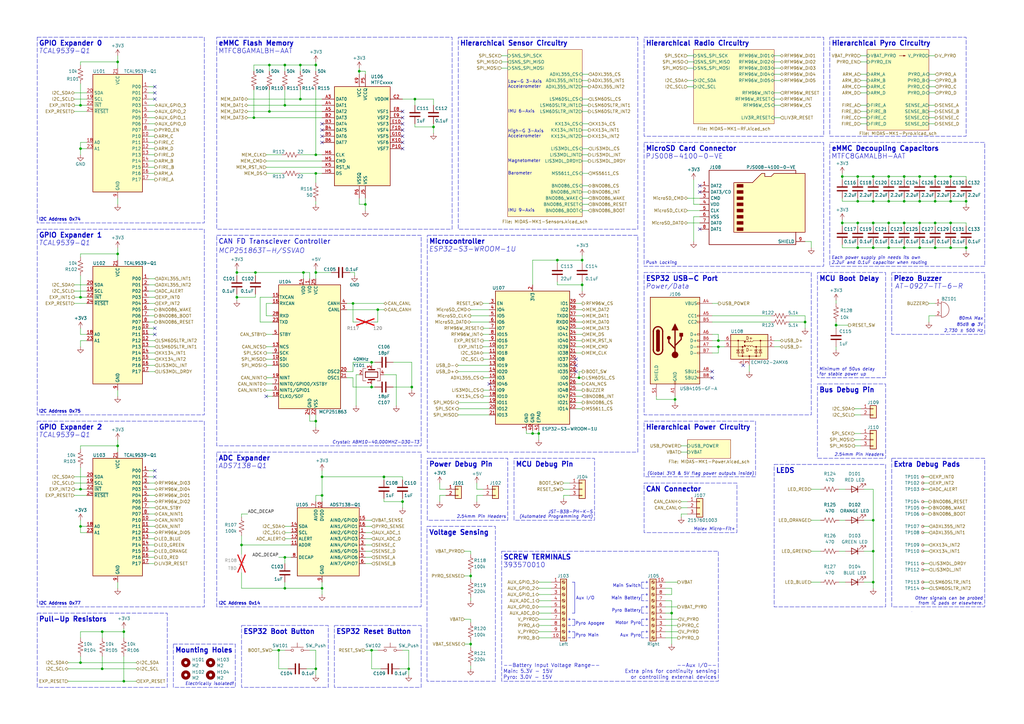
<source format=kicad_sch>
(kicad_sch (version 20230121) (generator eeschema)
  (paper "A3")
  (title_block (title "MIDAS MK1") (date "2023-11-10") (rev "B") (company "Illinois Space Society") (comment 3 "Jacob Johnson, Jason Yan") (comment 4 "Contributors: Thomas McManamen, Peter Giannetos, Quinn Athas, Theodore Ng,"))
  (lib_symbols
    (symbol "ADC_Texas:ADS7138-Q1"
      (property "Reference" "U" (at -12.065 14.605 0))
      (property "Value" "ADS7138-Q1" (at 6.985 14.605 0))
      (symbol "ADS7138-Q1_0_0"
        (pin unspecified line (at 15.24 2.54 180) (length 2.54) (name "ANI2/GPIO2") (number "1"))
        (pin unspecified line (at -2.54 15.24 270) (length 2.54) (name "DVDD") (number "10"))
        (pin unspecified line (at -15.24 -2.54 0) (length 2.54) (name "ADDR") (number "11"))
        (pin unspecified line (at -15.24 0 0) (length 2.54) (name "ALERT") (number "12"))
        (pin unspecified line (at -15.24 2.54 0) (length 2.54) (name "SCL") (number "13"))
        (pin unspecified line (at -15.24 5.08 0) (length 2.54) (name "SDA") (number "14"))
        (pin unspecified line (at 15.24 7.62 180) (length 2.54) (name "AIN0/GPIO0") (number "15"))
        (pin unspecified line (at 15.24 5.08 180) (length 2.54) (name "AIN1/GPIO1") (number "16"))
        (pin unspecified line (at 15.24 0 180) (length 2.54) (name "AIN3/GPIO3") (number "2"))
        (pin unspecified line (at 15.24 -2.54 180) (length 2.54) (name "AIN4/GPIO4") (number "3"))
        (pin unspecified line (at 15.24 -5.08 180) (length 2.54) (name "AIN5/GPIO5") (number "4"))
        (pin unspecified line (at 15.24 -7.62 180) (length 2.54) (name "AIN6/GPIO6") (number "5"))
        (pin unspecified line (at 15.24 -10.16 180) (length 2.54) (name "AIN7/GPIO7") (number "6"))
        (pin unspecified line (at -5.08 15.24 270) (length 2.54) (name "AVDD") (number "7"))
        (pin unspecified line (at -15.24 -7.62 0) (length 2.54) (name "DECAP") (number "8"))
        (pin unspecified line (at -2.54 -17.78 90) (length 2.54) (name "GND") (number "9"))
      )
      (symbol "ADS7138-Q1_1_0"
        (pin unspecified line (at -2.54 -17.78 90) (length 2.54) hide (name "EPAD") (number "17"))
      )
    )
    (symbol "Connector:Screw_Terminal_01x10" (pin_names (offset 1.016) hide)
      (property "Reference" "J" (at 0 12.7 0))
      (property "Value" "Screw_Terminal_01x10" (at 0 -15.24 0))
      (symbol "Screw_Terminal_01x10_1_1"
        (pin passive line (at -5.08 10.16 0) (length 3.81) (name "Pin_1") (number "1"))
        (pin passive line (at -5.08 -12.7 0) (length 3.81) (name "Pin_10") (number "10"))
        (pin passive line (at -5.08 7.62 0) (length 3.81) (name "Pin_2") (number "2"))
        (pin passive line (at -5.08 5.08 0) (length 3.81) (name "Pin_3") (number "3"))
        (pin passive line (at -5.08 2.54 0) (length 3.81) (name "Pin_4") (number "4"))
        (pin passive line (at -5.08 0 0) (length 3.81) (name "Pin_5") (number "5"))
        (pin passive line (at -5.08 -2.54 0) (length 3.81) (name "Pin_6") (number "6"))
        (pin passive line (at -5.08 -5.08 0) (length 3.81) (name "Pin_7") (number "7"))
        (pin passive line (at -5.08 -7.62 0) (length 3.81) (name "Pin_8") (number "8"))
        (pin passive line (at -5.08 -10.16 0) (length 3.81) (name "Pin_9") (number "9"))
      )
    )
    (symbol "Connector:TestPoint_Small" (pin_numbers hide) (pin_names (offset 0.762) hide)
      (property "Reference" "TP" (at 0 3.81 0))
      (property "Value" "TestPoint_Small" (at 0 2.032 0))
      (symbol "TestPoint_Small_1_1"
        (pin passive line (at 0 0 90) (length 0) (name "1") (number "1"))
      )
    )
    (symbol "Connector:USB_C_Receptacle_USB2.0" (pin_names (offset 1.016))
      (property "Reference" "J101" (at 0 22.86 0))
      (property "Value" "USB4105-GF-A" (at 0 20.32 0))
      (symbol "USB_C_Receptacle_USB2.0_1_1"
        (pin passive line (at 0 -22.86 90) (length 5.08) (name "GND") (number "A1"))
        (pin passive line (at 0 -22.86 90) (length 5.08) hide (name "GND") (number "A12"))
        (pin passive line (at 15.24 15.24 180) (length 5.08) (name "VBUS") (number "A4"))
        (pin bidirectional line (at 15.24 10.16 180) (length 5.08) (name "CC1") (number "A5"))
        (pin bidirectional line (at 15.24 2.54 180) (length 5.08) (name "D+") (number "A6"))
        (pin bidirectional line (at 15.24 -2.54 180) (length 5.08) (name "D-") (number "A7"))
        (pin bidirectional line (at 15.24 -12.7 180) (length 5.08) (name "SBU1") (number "A8"))
        (pin passive line (at 15.24 15.24 180) (length 5.08) hide (name "VBUS") (number "A9"))
        (pin passive line (at 0 -22.86 90) (length 5.08) hide (name "GND") (number "B1"))
        (pin passive line (at 0 -22.86 90) (length 5.08) hide (name "GND") (number "B12"))
        (pin passive line (at 15.24 15.24 180) (length 5.08) hide (name "VBUS") (number "B4"))
        (pin bidirectional line (at 15.24 7.62 180) (length 5.08) (name "CC2") (number "B5"))
        (pin bidirectional line (at 15.24 0 180) (length 5.08) (name "D+") (number "B6"))
        (pin bidirectional line (at 15.24 -5.08 180) (length 5.08) (name "D-") (number "B7"))
        (pin bidirectional line (at 15.24 -15.24 180) (length 5.08) (name "SBU2") (number "B8"))
        (pin passive line (at 15.24 15.24 180) (length 5.08) hide (name "VBUS") (number "B9"))
        (pin passive line (at -7.62 -22.86 90) (length 5.08) (name "SHIELD") (number "S1"))
      )
    )
    (symbol "Connector_Generic:Conn_01x02" (pin_names (offset 1.016) hide)
      (property "Reference" "J" (at 0 2.54 0))
      (property "Value" "Conn_01x02" (at 0 -5.08 0))
      (symbol "Conn_01x02_1_1"
        (pin passive line (at -5.08 0 0) (length 3.81) (name "Pin_1") (number "1"))
        (pin passive line (at -5.08 -2.54 0) (length 3.81) (name "Pin_2") (number "2"))
      )
    )
    (symbol "Connector_Generic:Conn_01x03" (pin_names (offset 1.016) hide)
      (property "Reference" "J" (at 0 5.08 0))
      (property "Value" "Conn_01x03" (at 0 -5.08 0))
      (symbol "Conn_01x03_1_1"
        (pin passive line (at -5.08 2.54 0) (length 3.81) (name "Pin_1") (number "1"))
        (pin passive line (at -5.08 0 0) (length 3.81) (name "Pin_2") (number "2"))
        (pin passive line (at -5.08 -2.54 0) (length 3.81) (name "Pin_3") (number "3"))
      )
    )
    (symbol "Connector_Yamaichi:PJS008-4100-0-VE"
      (property "Reference" "J" (at -19.05 16.51 0))
      (property "Value" "PJS008-4100-0-VE" (at -3.175 16.51 0))
      (symbol "PJS008-4100-0-VE_1_1"
        (pin bidirectional line (at -22.86 7.62 0) (length 3.81) (name "DAT2") (number "1"))
        (pin bidirectional line (at -22.86 5.08 0) (length 3.81) (name "DAT3/CD") (number "2"))
        (pin input line (at -22.86 2.54 0) (length 3.81) (name "CMD") (number "3"))
        (pin power_in line (at -22.86 0 0) (length 3.81) (name "VDD") (number "4"))
        (pin input line (at -22.86 -2.54 0) (length 3.81) (name "CLK") (number "5"))
        (pin power_in line (at -22.86 -5.08 0) (length 3.81) (name "VSS") (number "6"))
        (pin bidirectional line (at -22.86 -7.62 0) (length 3.81) (name "DAT0") (number "7"))
        (pin bidirectional line (at -22.86 -10.16 0) (length 3.81) (name "DAT1") (number "8"))
        (pin passive line (at 20.32 -15.24 180) (length 3.81) (name "SHIELD") (number "9"))
      )
    )
    (symbol "Device:Buzzer" (pin_names (offset 0.0254) hide)
      (property "Reference" "BZ" (at 3.81 1.27 0))
      (property "Value" "Buzzer" (at 3.81 -1.27 0))
      (symbol "Buzzer_1_1"
        (pin passive line (at -2.54 2.54 0) (length 2.54) (name "-") (number "1"))
        (pin passive line (at -2.54 -2.54 0) (length 2.54) (name "+") (number "2"))
      )
    )
    (symbol "Device:C" (pin_numbers hide) (pin_names (offset 0.254))
      (property "Reference" "C" (at 0.635 2.54 0))
      (property "Value" "C" (at 0.635 -2.54 0))
      (symbol "C_1_1"
        (pin passive line (at 0 3.81 270) (length 2.794) (name "~") (number "1"))
        (pin passive line (at 0 -3.81 90) (length 2.794) (name "~") (number "2"))
      )
    )
    (symbol "Device:Crystal_GND24" (pin_names (offset 1.016) hide)
      (property "Reference" "Y" (at 3.175 5.08 0))
      (property "Value" "Crystal_GND24" (at 3.175 3.175 0))
      (symbol "Crystal_GND24_1_1"
        (pin passive line (at -3.81 0 0) (length 1.27) (name "1") (number "1"))
        (pin passive line (at 0 5.08 270) (length 1.27) (name "2") (number "2"))
        (pin passive line (at 3.81 0 180) (length 1.27) (name "3") (number "3"))
        (pin passive line (at 0 -5.08 90) (length 1.27) (name "4") (number "4"))
      )
    )
    (symbol "Device:LED" (pin_numbers hide) (pin_names (offset 1.016) hide)
      (property "Reference" "D" (at 0 2.54 0))
      (property "Value" "LED" (at 0 -2.54 0))
      (symbol "LED_1_1"
        (pin passive line (at -3.81 0 0) (length 2.54) (name "K") (number "1"))
        (pin passive line (at 3.81 0 180) (length 2.54) (name "A") (number "2"))
      )
    )
    (symbol "Device:R_US" (pin_numbers hide) (pin_names (offset 0))
      (property "Reference" "R" (at 2.54 0 90))
      (property "Value" "R_US" (at -2.54 0 90))
      (symbol "R_US_1_1"
        (pin passive line (at 0 3.81 270) (length 1.27) (name "~") (number "1"))
        (pin passive line (at 0 -3.81 90) (length 1.27) (name "~") (number "2"))
      )
    )
    (symbol "ESP32-S3-WROOM-1U_1"
      (property "Reference" "U" (at -14.605 29.21 0))
      (property "Value" "ESP32-S3-WROOM-1U" (at 13.97 29.21 0))
      (symbol "ESP32-S3-WROOM-1U_1_1_1"
        (pin power_in line (at -2.54 -29.21 90) (length 2.54) (name "GND") (number "1"))
        (pin bidirectional line (at -17.78 5.08 0) (length 2.54) (name "IO17") (number "10"))
        (pin bidirectional line (at -17.78 2.54 0) (length 2.54) (name "IO18") (number "11"))
        (pin bidirectional line (at -17.78 0 0) (length 2.54) (name "IO8") (number "12"))
        (pin bidirectional line (at -17.78 -2.54 0) (length 2.54) (name "IO19") (number "13"))
        (pin bidirectional line (at -17.78 -5.08 0) (length 2.54) (name "IO20") (number "14"))
        (pin bidirectional line (at -17.78 -7.62 0) (length 2.54) (name "IO3") (number "15"))
        (pin bidirectional line (at -17.78 -10.16 0) (length 2.54) (name "IO46") (number "16"))
        (pin bidirectional line (at -17.78 -12.7 0) (length 2.54) (name "IO9") (number "17"))
        (pin bidirectional line (at -17.78 -15.24 0) (length 2.54) (name "IO10") (number "18"))
        (pin bidirectional line (at -17.78 -17.78 0) (length 2.54) (name "IO11") (number "19"))
        (pin power_in line (at 0 30.48 270) (length 2.54) (name "3V3") (number "2"))
        (pin bidirectional line (at -17.78 -20.32 0) (length 2.54) (name "IO12") (number "20"))
        (pin bidirectional line (at -17.78 -22.86 0) (length 2.54) (name "IO13") (number "21"))
        (pin bidirectional line (at 17.78 -20.32 180) (length 2.54) (name "IO14") (number "22"))
        (pin bidirectional line (at 17.78 -17.78 180) (length 2.54) (name "IO21") (number "23"))
        (pin bidirectional line (at 17.78 -15.24 180) (length 2.54) (name "IO47") (number "24"))
        (pin bidirectional line (at 17.78 -12.7 180) (length 2.54) (name "IO48") (number "25"))
        (pin bidirectional line (at 17.78 -10.16 180) (length 2.54) (name "IO45") (number "26"))
        (pin bidirectional line (at 17.78 -7.62 180) (length 2.54) (name "IO0") (number "27"))
        (pin bidirectional line (at 17.78 -5.08 180) (length 2.54) (name "IO35") (number "28"))
        (pin bidirectional line (at 17.78 -2.54 180) (length 2.54) (name "IO36") (number "29"))
        (pin input line (at -17.78 22.86 0) (length 2.54) (name "EN") (number "3"))
        (pin bidirectional line (at 17.78 0 180) (length 2.54) (name "IO37") (number "30"))
        (pin bidirectional line (at 17.78 2.54 180) (length 2.54) (name "IO38") (number "31"))
        (pin bidirectional line (at 17.78 5.08 180) (length 2.54) (name "IO39") (number "32"))
        (pin bidirectional line (at 17.78 7.62 180) (length 2.54) (name "IO40") (number "33"))
        (pin bidirectional line (at 17.78 10.16 180) (length 2.54) (name "IO41") (number "34"))
        (pin bidirectional line (at 17.78 12.7 180) (length 2.54) (name "IO42") (number "35"))
        (pin bidirectional line (at 17.78 15.24 180) (length 2.54) (name "RXD0") (number "36"))
        (pin bidirectional line (at 17.78 17.78 180) (length 2.54) (name "TXD0") (number "37"))
        (pin bidirectional line (at 17.78 20.32 180) (length 2.54) (name "IO2") (number "38"))
        (pin bidirectional line (at 17.78 22.86 180) (length 2.54) (name "IO1") (number "39"))
        (pin bidirectional line (at -17.78 20.32 0) (length 2.54) (name "IO4") (number "4"))
        (pin power_in line (at 0 -29.21 90) (length 2.54) (name "GND") (number "40"))
        (pin power_out line (at 2.54 -29.21 90) (length 2.54) (name "EPAD") (number "41"))
        (pin bidirectional line (at -17.78 17.78 0) (length 2.54) (name "IO5") (number "5"))
        (pin bidirectional line (at -17.78 15.24 0) (length 2.54) (name "IO6") (number "6"))
        (pin bidirectional line (at -17.78 12.7 0) (length 2.54) (name "IO7") (number "7"))
        (pin bidirectional line (at -17.78 10.16 0) (length 2.54) (name "IO15") (number "8"))
        (pin bidirectional line (at -17.78 7.62 0) (length 2.54) (name "IO16") (number "9"))
      )
    )
    (symbol "Expander_Texas:TCAL9539-Q1"
      (property "Reference" "U" (at -12.065 24.765 0))
      (property "Value" "TCAL9539-Q1" (at 10.16 24.765 0))
      (symbol "TCAL9539-Q1_0_0"
        (pin bidirectional line (at 12.7 17.78 180) (length 2.54) (name "P00") (number "1"))
        (pin bidirectional line (at 12.7 -2.54 180) (length 2.54) (name "P10") (number "10"))
        (pin bidirectional line (at 12.7 -5.08 180) (length 2.54) (name "P11") (number "11"))
        (pin bidirectional line (at 12.7 -7.62 180) (length 2.54) (name "P12") (number "12"))
        (pin bidirectional line (at 12.7 -10.16 180) (length 2.54) (name "P13") (number "13"))
        (pin bidirectional line (at 12.7 -12.7 180) (length 2.54) (name "P14") (number "14"))
        (pin bidirectional line (at 12.7 -15.24 180) (length 2.54) (name "P15") (number "15"))
        (pin bidirectional line (at 12.7 -17.78 180) (length 2.54) (name "P16") (number "16"))
        (pin bidirectional line (at 12.7 -20.32 180) (length 2.54) (name "P17") (number "17"))
        (pin input line (at -12.7 -5.08 0) (length 2.54) (name "A0") (number "18"))
        (pin input line (at -12.7 12.7 0) (length 2.54) (name "SCL") (number "19"))
        (pin bidirectional line (at 12.7 15.24 180) (length 2.54) (name "P01") (number "2"))
        (pin bidirectional line (at -12.7 15.24 0) (length 2.54) (name "SDA") (number "20"))
        (pin power_in line (at 0 25.4 270) (length 2.54) (name "VCC") (number "21"))
        (pin output line (at -12.7 10.16 0) (length 2.54) (name "~{INT}") (number "22"))
        (pin input line (at -12.7 -7.62 0) (length 2.54) (name "A1") (number "23"))
        (pin input line (at -12.7 7.62 0) (length 2.54) (name "~{RESET}") (number "24"))
        (pin bidirectional line (at 12.7 12.7 180) (length 2.54) (name "P02") (number "3"))
        (pin input line (at 12.7 10.16 180) (length 2.54) (name "P03") (number "4"))
        (pin bidirectional line (at 12.7 7.62 180) (length 2.54) (name "P04") (number "5"))
        (pin bidirectional line (at 12.7 5.08 180) (length 2.54) (name "P05") (number "6"))
        (pin bidirectional line (at 12.7 2.54 180) (length 2.54) (name "P06") (number "7"))
        (pin bidirectional line (at 12.7 0 180) (length 2.54) (name "P07") (number "8"))
        (pin power_in line (at 0 -27.94 90) (length 2.54) (name "GND") (number "9"))
      )
      (symbol "TCAL9539-Q1_1_0"
        (pin power_in line (at 0 -27.94 90) (length 2.54) hide (name "GND") (number "25"))
      )
    )
    (symbol "GND_8" (power) (pin_names (offset 0))
      (property "Value" "GND_8" (at 0 -3.81 0))
      (symbol "GND_8_1_1"
        (pin power_in line (at 0 0 270) (length 0) hide (name "GND") (number "1"))
      )
    )
    (symbol "Graphic:SYM_Arrow_Tiny" (in_bom no) (on_board no))
    (symbol "Interface_CAN_Microchip:MCP251863" (pin_names (offset 0.254))
      (property "Reference" "U" (at -12.065 27.305 0))
      (property "Value" "MCP251863" (at 10.16 -27.305 0))
      (symbol "MCP251863_0_1"
        (pin power_in line (at 0 27.94 270) (length 2.54) (name "VIO") (number "1"))
        (pin input line (at -15.24 -5.08 0) (length 2.54) (name "SDI") (number "10"))
        (pin output line (at -15.24 -7.62 0) (length 2.54) (name "SDO") (number "11"))
        (pin input line (at -15.24 0 0) (length 2.54) (name "NCS") (number "13"))
        (pin power_in line (at -2.54 27.94 270) (length 2.54) (name "VDD") (number "14"))
        (pin output line (at -15.24 20.32 0) (length 2.54) (name "TXCAN") (number "15"))
        (pin input line (at -15.24 17.78 0) (length 2.54) (name "RXCAN") (number "16"))
        (pin output line (at -15.24 -20.32 0) (length 2.54) (name "CLKO/SOF") (number "18"))
        (pin output line (at -15.24 -12.7 0) (length 2.54) (name "NINT") (number "19"))
        (pin output line (at 15.24 -10.16 180) (length 2.54) (name "OSC2") (number "20"))
        (pin input line (at 15.24 -12.7 180) (length 2.54) (name "OSC1") (number "21"))
        (pin power_in line (at 2.54 -27.94 90) (length 2.54) (name "VSS") (number "22"))
        (pin input line (at -15.24 10.16 0) (length 2.54) (name "TXD") (number "23"))
        (pin power_in line (at 0 -27.94 90) (length 2.54) (name "GND") (number "24"))
        (pin power_in line (at 2.54 27.94 270) (length 2.54) (name "VCC") (number "25"))
        (pin output line (at -15.24 12.7 0) (length 2.54) (name "RXD") (number "28"))
        (pin bidirectional line (at 15.24 15.24 180) (length 2.54) (name "CANL") (number "3"))
        (pin bidirectional line (at 15.24 17.78 180) (length 2.54) (name "CANH") (number "4"))
        (pin input line (at -15.24 5.08 0) (length 2.54) (name "STBY") (number "5"))
        (pin bidirectional line (at -15.24 -17.78 0) (length 2.54) (name "NINT1/GPIO1") (number "6"))
        (pin bidirectional line (at -15.24 -15.24 0) (length 2.54) (name "NINT0/GPIO0/XSTBY") (number "7"))
        (pin input line (at -15.24 -2.54 0) (length 2.54) (name "SCK") (number "9"))
      )
      (symbol "MCP251863_1_1"
        (pin no_connect line (at 15.24 -22.86 180) (length 2.54) hide (name "NC") (number "12"))
        (pin no_connect line (at 15.24 -22.86 180) (length 2.54) hide (name "NC") (number "17"))
        (pin no_connect line (at 15.24 -22.86 180) (length 2.54) hide (name "NC") (number "2"))
        (pin no_connect line (at 15.24 -22.86 180) (length 2.54) hide (name "NC") (number "26"))
        (pin no_connect line (at 15.24 -22.86 180) (length 2.54) hide (name "NC") (number "27"))
        (pin no_connect line (at 15.24 -22.86 180) (length 2.54) hide (name "NC") (number "8"))
      )
    )
    (symbol "Mechanical:MountingHole" (pin_names (offset 1.016))
      (property "Reference" "H" (at 0 5.08 0))
      (property "Value" "MountingHole" (at 0 3.175 0))
    )
    (symbol "Memory_eMMC_Micron:MTFCxxxx"
      (property "Reference" "U" (at -12.7 22.86 0))
      (property "Value" "MTFCxxxx" (at 2.54 22.86 0))
      (symbol "MTFCxxxx_1_1"
        (pin no_connect line (at 15.24 -10.16 180) (length 5.08) hide (name "NC_1") (number "A1"))
        (pin no_connect line (at 15.24 -10.16 180) (length 5.08) hide (name "NC_5") (number "A10"))
        (pin no_connect line (at 15.24 -10.16 180) (length 5.08) hide (name "NC_6") (number "A11"))
        (pin no_connect line (at 15.24 -10.16 180) (length 5.08) hide (name "NC_7") (number "A12"))
        (pin no_connect line (at 15.24 -10.16 180) (length 5.08) hide (name "NC_8") (number "A13"))
        (pin no_connect line (at 15.24 -10.16 180) (length 5.08) hide (name "NC_9") (number "A14"))
        (pin no_connect line (at 15.24 -10.16 180) (length 5.08) hide (name "NC_2") (number "A2"))
        (pin bidirectional line (at -17.78 15.24 0) (length 5.08) (name "DAT0") (number "A3"))
        (pin bidirectional line (at -17.78 12.7 0) (length 5.08) (name "DAT1") (number "A4"))
        (pin bidirectional line (at -17.78 10.16 0) (length 5.08) (name "DAT2") (number "A5"))
        (pin power_in line (at 0 -25.4 90) (length 5.08) hide (name "VSS") (number "A6"))
        (pin no_connect line (at 15.24 -12.7 180) (length 5.08) hide (name "RFU_1") (number "A7"))
        (pin no_connect line (at 15.24 -10.16 180) (length 5.08) hide (name "NC_3") (number "A8"))
        (pin no_connect line (at 15.24 -10.16 180) (length 5.08) hide (name "NC_4") (number "A9"))
        (pin no_connect line (at 15.24 -10.16 180) (length 5.08) hide (name "NC_10") (number "B1"))
        (pin no_connect line (at 15.24 -10.16 180) (length 5.08) hide (name "NC_14") (number "B10"))
        (pin no_connect line (at 15.24 -10.16 180) (length 5.08) hide (name "NC_15") (number "B11"))
        (pin no_connect line (at 15.24 -10.16 180) (length 5.08) hide (name "NC_16") (number "B12"))
        (pin no_connect line (at 15.24 -10.16 180) (length 5.08) hide (name "NC_17") (number "B13"))
        (pin no_connect line (at 15.24 -10.16 180) (length 5.08) hide (name "NC_18") (number "B14"))
        (pin bidirectional line (at -17.78 7.62 0) (length 5.08) (name "DAT3") (number "B2"))
        (pin bidirectional line (at -17.78 5.08 0) (length 5.08) (name "DAT4") (number "B3"))
        (pin bidirectional line (at -17.78 2.54 0) (length 5.08) (name "DAT5") (number "B4"))
        (pin bidirectional line (at -17.78 0 0) (length 5.08) (name "DAT6") (number "B5"))
        (pin bidirectional line (at -17.78 -2.54 0) (length 5.08) (name "DAT7") (number "B6"))
        (pin no_connect line (at 15.24 -10.16 180) (length 5.08) hide (name "NC_11") (number "B7"))
        (pin no_connect line (at 15.24 -10.16 180) (length 5.08) hide (name "NC_12") (number "B8"))
        (pin no_connect line (at 15.24 -10.16 180) (length 5.08) hide (name "NC_13") (number "B9"))
        (pin no_connect line (at 15.24 -10.16 180) (length 5.08) hide (name "NC_19") (number "C1"))
        (pin no_connect line (at 15.24 -10.16 180) (length 5.08) hide (name "NC_25") (number "C10"))
        (pin no_connect line (at 15.24 -10.16 180) (length 5.08) hide (name "NC_26") (number "C11"))
        (pin no_connect line (at 15.24 -10.16 180) (length 5.08) hide (name "NC_27") (number "C12"))
        (pin no_connect line (at 15.24 -10.16 180) (length 5.08) hide (name "NC_28") (number "C13"))
        (pin no_connect line (at 15.24 -10.16 180) (length 5.08) hide (name "NC_29") (number "C14"))
        (pin power_in line (at 15.24 15.24 180) (length 5.08) (name "VDDIM") (number "C2"))
        (pin no_connect line (at 15.24 -10.16 180) (length 5.08) hide (name "NC_20") (number "C3"))
        (pin power_in line (at -2.54 -25.4 90) (length 5.08) hide (name "VSSQ") (number "C4"))
        (pin no_connect line (at 15.24 -10.16 180) (length 5.08) hide (name "NC_21") (number "C5"))
        (pin power_in line (at 0 25.4 270) (length 5.08) hide (name "VCCQ") (number "C6"))
        (pin no_connect line (at 15.24 -10.16 180) (length 5.08) hide (name "NC_22") (number "C7"))
        (pin no_connect line (at 15.24 -10.16 180) (length 5.08) hide (name "NC_23") (number "C8"))
        (pin no_connect line (at 15.24 -10.16 180) (length 5.08) hide (name "NC_24") (number "C9"))
        (pin no_connect line (at 15.24 -10.16 180) (length 5.08) hide (name "NC_30") (number "D1"))
        (pin no_connect line (at 15.24 -10.16 180) (length 5.08) hide (name "NC_34") (number "D12"))
        (pin no_connect line (at 15.24 -10.16 180) (length 5.08) hide (name "NC_35") (number "D13"))
        (pin no_connect line (at 15.24 -10.16 180) (length 5.08) hide (name "NC_36") (number "D14"))
        (pin no_connect line (at 15.24 -10.16 180) (length 5.08) hide (name "NC_31") (number "D2"))
        (pin no_connect line (at 15.24 -10.16 180) (length 5.08) hide (name "NC_32") (number "D3"))
        (pin no_connect line (at 15.24 -10.16 180) (length 5.08) hide (name "NC_33") (number "D4"))
        (pin no_connect line (at 15.24 -10.16 180) (length 5.08) hide (name "NC_37") (number "E1"))
        (pin bidirectional line (at 15.24 5.08 180) (length 5.08) (name "VSF3") (number "E10"))
        (pin no_connect line (at 15.24 -10.16 180) (length 5.08) hide (name "NC_40") (number "E12"))
        (pin no_connect line (at 15.24 -10.16 180) (length 5.08) hide (name "NC_41") (number "E13"))
        (pin no_connect line (at 15.24 -10.16 180) (length 5.08) hide (name "NC_42") (number "E14"))
        (pin no_connect line (at 15.24 -10.16 180) (length 5.08) hide (name "NC_38") (number "E2"))
        (pin no_connect line (at 15.24 -10.16 180) (length 5.08) hide (name "NC_39") (number "E3"))
        (pin no_connect line (at 15.24 -12.7 180) (length 5.08) hide (name "RFU_2") (number "E5"))
        (pin power_in line (at -2.54 25.4 270) (length 5.08) hide (name "VCC") (number "E6"))
        (pin power_in line (at 0 -25.4 90) (length 5.08) hide (name "VSS") (number "E7"))
        (pin bidirectional line (at 15.24 10.16 180) (length 5.08) (name "VSF1") (number "E8"))
        (pin bidirectional line (at 15.24 7.62 180) (length 5.08) (name "VSF2") (number "E9"))
        (pin no_connect line (at 15.24 -10.16 180) (length 5.08) hide (name "NC_43") (number "F1"))
        (pin bidirectional line (at 15.24 2.54 180) (length 5.08) (name "VSF4") (number "F10"))
        (pin no_connect line (at 15.24 -10.16 180) (length 5.08) hide (name "NC_46") (number "F12"))
        (pin no_connect line (at 15.24 -10.16 180) (length 5.08) hide (name "NC_47") (number "F13"))
        (pin no_connect line (at 15.24 -10.16 180) (length 5.08) hide (name "NC_48") (number "F14"))
        (pin no_connect line (at 15.24 -10.16 180) (length 5.08) hide (name "NC_44") (number "F2"))
        (pin no_connect line (at 15.24 -10.16 180) (length 5.08) hide (name "NC_45") (number "F3"))
        (pin power_in line (at -2.54 25.4 270) (length 5.08) hide (name "VCC") (number "F5"))
        (pin no_connect line (at 15.24 -10.16 180) (length 5.08) hide (name "NC_49") (number "G1"))
        (pin bidirectional line (at 15.24 0 180) (length 5.08) (name "VSF5") (number "G10"))
        (pin no_connect line (at 15.24 -10.16 180) (length 5.08) hide (name "NC_52") (number "G12"))
        (pin no_connect line (at 15.24 -10.16 180) (length 5.08) hide (name "NC_53") (number "G13"))
        (pin no_connect line (at 15.24 -10.16 180) (length 5.08) hide (name "NC_54") (number "G14"))
        (pin no_connect line (at 15.24 -10.16 180) (length 5.08) hide (name "NC_50") (number "G2"))
        (pin no_connect line (at 15.24 -10.16 180) (length 5.08) hide (name "NC_51") (number "G3"))
        (pin power_in line (at 0 -25.4 90) (length 5.08) hide (name "VSS") (number "G5"))
        (pin no_connect line (at 15.24 -10.16 180) (length 5.08) hide (name "NC_55") (number "H1"))
        (pin power_in line (at 0 -25.4 90) (length 5.08) hide (name "VSS") (number "H10"))
        (pin no_connect line (at 15.24 -10.16 180) (length 5.08) hide (name "NC_58") (number "H12"))
        (pin no_connect line (at 15.24 -10.16 180) (length 5.08) hide (name "NC_59") (number "H13"))
        (pin no_connect line (at 15.24 -10.16 180) (length 5.08) hide (name "NC_60") (number "H14"))
        (pin no_connect line (at 15.24 -10.16 180) (length 5.08) hide (name "NC_56") (number "H2"))
        (pin no_connect line (at 15.24 -10.16 180) (length 5.08) hide (name "NC_57") (number "H3"))
        (pin output line (at -17.78 -15.24 0) (length 5.08) (name "DS") (number "H5"))
        (pin no_connect line (at 15.24 -10.16 180) (length 5.08) hide (name "NC_61") (number "J1"))
        (pin power_in line (at -2.54 25.4 270) (length 5.08) hide (name "VCC") (number "J10"))
        (pin no_connect line (at 15.24 -10.16 180) (length 5.08) hide (name "NC_64") (number "J12"))
        (pin no_connect line (at 15.24 -10.16 180) (length 5.08) hide (name "NC_65") (number "J13"))
        (pin no_connect line (at 15.24 -10.16 180) (length 5.08) hide (name "NC_66") (number "J14"))
        (pin no_connect line (at 15.24 -10.16 180) (length 5.08) hide (name "NC_62") (number "J2"))
        (pin no_connect line (at 15.24 -10.16 180) (length 5.08) hide (name "NC_63") (number "J3"))
        (pin power_in line (at 0 -25.4 90) (length 5.08) (name "VSS") (number "J5"))
        (pin no_connect line (at 15.24 -10.16 180) (length 5.08) hide (name "NC_67") (number "K1"))
        (pin bidirectional line (at 15.24 -2.54 180) (length 5.08) (name "VSF6") (number "K10"))
        (pin no_connect line (at 15.24 -10.16 180) (length 5.08) hide (name "NC_70") (number "K12"))
        (pin no_connect line (at 15.24 -10.16 180) (length 5.08) hide (name "NC_71") (number "K13"))
        (pin no_connect line (at 15.24 -10.16 180) (length 5.08) hide (name "NC_72") (number "K14"))
        (pin no_connect line (at 15.24 -10.16 180) (length 5.08) hide (name "NC_68") (number "K2"))
        (pin no_connect line (at 15.24 -10.16 180) (length 5.08) hide (name "NC_69") (number "K3"))
        (pin input line (at -17.78 -12.7 0) (length 5.08) (name "RST_N") (number "K5"))
        (pin no_connect line (at 15.24 -12.7 180) (length 5.08) hide (name "RFU_3") (number "K6"))
        (pin no_connect line (at 15.24 -12.7 180) (length 5.08) hide (name "RFU_4") (number "K7"))
        (pin power_in line (at -2.54 -25.4 90) (length 5.08) hide (name "VSS") (number "K8"))
        (pin power_in line (at -2.54 25.4 270) (length 5.08) (name "VCC") (number "K9"))
        (pin no_connect line (at 15.24 -10.16 180) (length 5.08) hide (name "NC_73") (number "L1"))
        (pin no_connect line (at 15.24 -10.16 180) (length 5.08) hide (name "NC_76") (number "L12"))
        (pin no_connect line (at 15.24 -10.16 180) (length 5.08) hide (name "NC_77") (number "L13"))
        (pin no_connect line (at 15.24 -10.16 180) (length 5.08) hide (name "NC_78") (number "L14"))
        (pin no_connect line (at 15.24 -10.16 180) (length 5.08) hide (name "NC_74") (number "L2"))
        (pin no_connect line (at 15.24 -10.16 180) (length 5.08) hide (name "NC_75") (number "L3"))
        (pin no_connect line (at 15.24 -10.16 180) (length 5.08) hide (name "NC_79") (number "M1"))
        (pin no_connect line (at 15.24 -10.16 180) (length 5.08) hide (name "NC_85") (number "M10"))
        (pin no_connect line (at 15.24 -10.16 180) (length 5.08) hide (name "NC_86") (number "M11"))
        (pin no_connect line (at 15.24 -10.16 180) (length 5.08) hide (name "NC_87") (number "M12"))
        (pin no_connect line (at 15.24 -10.16 180) (length 5.08) hide (name "NC_88") (number "M13"))
        (pin no_connect line (at 15.24 -10.16 180) (length 5.08) hide (name "NC_89") (number "M14"))
        (pin no_connect line (at 15.24 -10.16 180) (length 5.08) hide (name "NC_80") (number "M2"))
        (pin no_connect line (at 15.24 -10.16 180) (length 5.08) hide (name "NC_81") (number "M3"))
        (pin power_in line (at 0 25.4 270) (length 5.08) hide (name "VCCQ") (number "M4"))
        (pin bidirectional line (at -17.78 -10.16 0) (length 5.08) (name "CMD") (number "M5"))
        (pin input line (at -17.78 -7.62 0) (length 5.08) (name "CLK") (number "M6"))
        (pin no_connect line (at 15.24 -10.16 180) (length 5.08) hide (name "NC_82") (number "M7"))
        (pin no_connect line (at 15.24 -10.16 180) (length 5.08) hide (name "NC_83") (number "M8"))
        (pin no_connect line (at 15.24 -10.16 180) (length 5.08) hide (name "NC_84") (number "M9"))
        (pin no_connect line (at 15.24 -10.16 180) (length 5.08) hide (name "NC_90") (number "N1"))
        (pin no_connect line (at 15.24 -10.16 180) (length 5.08) hide (name "NC_96") (number "N10"))
        (pin no_connect line (at 15.24 -10.16 180) (length 5.08) hide (name "NC_97") (number "N11"))
        (pin no_connect line (at 15.24 -10.16 180) (length 5.08) hide (name "NC_98") (number "N12"))
        (pin no_connect line (at 15.24 -10.16 180) (length 5.08) hide (name "NC_99") (number "N13"))
        (pin no_connect line (at 15.24 -10.16 180) (length 5.08) hide (name "NC_100") (number "N14"))
        (pin power_in line (at -2.54 -25.4 90) (length 5.08) hide (name "VSSQ") (number "N2"))
        (pin no_connect line (at 15.24 -10.16 180) (length 5.08) hide (name "NC_91") (number "N3"))
        (pin power_in line (at 0 25.4 270) (length 5.08) hide (name "VCCQ") (number "N4"))
        (pin power_in line (at -2.54 -25.4 90) (length 5.08) hide (name "VSSQ") (number "N5"))
        (pin no_connect line (at 15.24 -10.16 180) (length 5.08) hide (name "NC_92") (number "N6"))
        (pin no_connect line (at 15.24 -10.16 180) (length 5.08) hide (name "NC_93") (number "N7"))
        (pin no_connect line (at 15.24 -10.16 180) (length 5.08) hide (name "NC_94") (number "N8"))
        (pin no_connect line (at 15.24 -10.16 180) (length 5.08) hide (name "NC_95") (number "N9"))
        (pin no_connect line (at 15.24 -10.16 180) (length 5.08) hide (name "NC_101") (number "P1"))
        (pin bidirectional line (at 15.24 -5.08 180) (length 5.08) (name "VSF7") (number "P10"))
        (pin no_connect line (at 15.24 -10.16 180) (length 5.08) hide (name "NC_106") (number "P11"))
        (pin no_connect line (at 15.24 -10.16 180) (length 5.08) hide (name "NC_107") (number "P12"))
        (pin no_connect line (at 15.24 -10.16 180) (length 5.08) hide (name "NC_108") (number "P13"))
        (pin no_connect line (at 15.24 -10.16 180) (length 5.08) hide (name "NC_109") (number "P14"))
        (pin no_connect line (at 15.24 -10.16 180) (length 5.08) hide (name "NC_102") (number "P2"))
        (pin power_in line (at 0 25.4 270) (length 5.08) hide (name "VCCQ") (number "P3"))
        (pin power_in line (at -2.54 -25.4 90) (length 5.08) hide (name "VSSQ") (number "P4"))
        (pin power_in line (at 0 25.4 270) (length 5.08) (name "VCCQ") (number "P5"))
        (pin power_in line (at -2.54 -25.4 90) (length 5.08) (name "VSSQ") (number "P6"))
        (pin no_connect line (at 15.24 -10.16 180) (length 5.08) hide (name "NC_103") (number "P7"))
        (pin no_connect line (at 15.24 -10.16 180) (length 5.08) hide (name "NC_104") (number "P8"))
        (pin no_connect line (at 15.24 -10.16 180) (length 5.08) hide (name "NC_105") (number "P9"))
      )
    )
    (symbol "Power_Protection:ECMF02-2AMX6" (pin_names (offset 0.0254) hide)
      (property "Reference" "U" (at 0 10.16 0))
      (property "Value" "ECMF02-2AMX6" (at 0 7.62 0))
      (symbol "ECMF02-2AMX6_0_1"
        (text "D+" (at 0 3.556 0) (effects (font (size 1.27 1.27))))
        (text "D-" (at 0 -1.27 0) (effects (font (size 1.27 1.27))))
      )
      (symbol "ECMF02-2AMX6_1_1"
        (pin passive line (at -10.16 2.54 0) (length 2.54) (name "D+_in") (number "1"))
        (pin passive line (at -10.16 0 0) (length 2.54) (name "D-_in") (number "2"))
        (pin power_in line (at 0 -7.62 90) (length 2.54) (name "GND") (number "3"))
        (pin free line (at 2.54 -7.62 90) (length 2.54) (name "NC") (number "4"))
        (pin passive line (at 10.16 0 180) (length 2.54) (name "D-_out") (number "5"))
        (pin passive line (at 10.16 2.54 180) (length 2.54) (name "D+_out") (number "6"))
      )
    )
    (symbol "Switch:SW_Push" (pin_numbers hide) (pin_names (offset 1.016) hide)
      (property "Reference" "SW" (at 1.27 2.54 0))
      (property "Value" "SW_Push" (at 0 -1.524 0))
      (symbol "SW_Push_0_1"
        (pin passive line (at -5.08 0 0) (length 2.54) (name "1") (number "1"))
        (pin passive line (at 5.08 0 180) (length 2.54) (name "2") (number "2"))
      )
    )
    (symbol "power:+3V3" (power) (pin_names (offset 0))
      (property "Value" "+3V3" (at 0 3.556 0))
      (symbol "+3V3_1_1"
        (pin power_in line (at 0 0 90) (length 0) hide (name "+3V3") (number "1"))
      )
    )
    (symbol "power:+5V" (power) (pin_names (offset 0))
      (property "Value" "+5V" (at 0 3.556 0))
      (symbol "+5V_1_1"
        (pin power_in line (at 0 0 90) (length 0) hide (name "+5V") (number "1"))
      )
    )
    (symbol "power:GND" (power) (pin_names (offset 0))
      (property "Value" "GND" (at 0 -3.81 0))
      (symbol "GND_1_1"
        (pin power_in line (at 0 0 270) (length 0) hide (name "GND") (number "1"))
      )
    )
  )
  (junction (at 193.04 236.22))
  (junction (at 351.79 101.6))
  (junction (at 48.26 25.4))
  (junction (at 228.6 106.68))
  (junction (at 124.46 111.76))
  (junction (at 50.8 259.08))
  (junction (at 396.24 101.6))
  (junction (at 132.08 241.3))
  (junction (at 364.49 101.6))
  (junction (at 144.78 124.46))
  (junction (at 358.14 101.6))
  (junction (at 370.84 82.55))
  (junction (at 238.76 116.84))
  (junction (at 129.54 71.12))
  (junction (at 48.26 104.14))
  (junction (at 129.54 26.67))
  (junction (at 351.79 82.55))
  (junction (at 358.14 72.39))
  (junction (at 345.44 91.44))
  (junction (at 383.54 101.6))
  (junction (at 170.18 40.64))
  (junction (at 50.8 279.4))
  (junction (at 116.84 241.3))
  (junction (at 123.19 26.67))
  (junction (at 377.19 82.55))
  (junction (at 104.775 111.76))
  (junction (at 370.84 101.6))
  (junction (at 104.14 48.26))
  (junction (at 165.1 205.74))
  (junction (at 123.19 40.64))
  (junction (at 114.3 266.7))
  (junction (at 294.64 139.7))
  (junction (at 358.14 213.36))
  (junction (at 41.91 259.08))
  (junction (at 41.91 274.32))
  (junction (at 110.49 45.72))
  (junction (at 370.84 72.39))
  (junction (at 358.14 91.44))
  (junction (at 132.08 203.2))
  (junction (at 351.79 91.44))
  (junction (at 377.19 72.39))
  (junction (at 99.06 223.52))
  (junction (at 152.4 266.7))
  (junction (at 220.98 177.8))
  (junction (at 129.54 172.72))
  (junction (at 389.89 82.55))
  (junction (at 364.49 72.39))
  (junction (at 396.24 82.55))
  (junction (at 193.04 264.16))
  (junction (at 116.84 26.67))
  (junction (at 129.54 111.76))
  (junction (at 33.02 121.92))
  (junction (at 116.84 228.6))
  (junction (at 364.49 82.55))
  (junction (at 149.86 83.82))
  (junction (at 383.54 91.44))
  (junction (at 377.19 91.44))
  (junction (at 389.89 91.44))
  (junction (at 342.9 133.35))
  (junction (at 276.86 163.83))
  (junction (at 370.84 91.44))
  (junction (at 33.02 215.9))
  (junction (at 377.19 101.6))
  (junction (at 177.8 52.07))
  (junction (at 33.02 271.78))
  (junction (at 218.44 177.8))
  (junction (at 383.54 72.39))
  (junction (at 345.44 72.39))
  (junction (at 129.54 63.5))
  (junction (at 383.54 82.55))
  (junction (at 33.02 43.18))
  (junction (at 351.79 72.39))
  (junction (at 168.91 158.75))
  (junction (at 358.14 226.06))
  (junction (at 389.89 72.39))
  (junction (at 275.463 251.46))
  (junction (at 97.155 121.92))
  (junction (at 110.49 26.67))
  (junction (at 157.48 195.58))
  (junction (at 358.14 82.55))
  (junction (at 147.32 29.21))
  (junction (at 33.02 60.96))
  (junction (at 152.4 148.59))
  (junction (at 116.84 43.18))
  (junction (at 154.94 127))
  (junction (at 330.2 132.08))
  (junction (at 33.02 200.66))
  (junction (at 294.64 142.24))
  (junction (at 358.14 238.76))
  (junction (at 389.89 101.6))
  (junction (at 97.155 111.76))
  (junction (at 152.4 158.75))
  (junction (at 237.49 154.94))
  (junction (at 364.49 91.44))
  (junction (at 167.64 274.32))
  (junction (at 129.54 274.32))
  (junction (at 238.76 106.68))
  (junction (at 48.26 182.88))
  (junction (at 132.08 195.58))
  (no_connect (at 63.5 195.58))
  (no_connect (at 63.5 38.1))
  (no_connect (at 165.1 60.96))
  (no_connect (at 287.02 93.98))
  (no_connect (at 236.22 149.86))
  (no_connect (at 63.5 35.56))
  (no_connect (at 200.66 157.48))
  (no_connect (at 132.08 58.42))
  (no_connect (at 165.1 53.34))
  (no_connect (at 304.8 149.86))
  (no_connect (at 165.1 50.8))
  (no_connect (at 63.5 193.04))
  (no_connect (at 165.1 48.26))
  (no_connect (at 132.08 50.8))
  (no_connect (at 132.08 53.34))
  (no_connect (at 63.5 134.62))
  (no_connect (at 292.1 154.94))
  (no_connect (at 109.22 162.56))
  (no_connect (at 236.22 147.32))
  (no_connect (at 287.02 76.2))
  (no_connect (at 63.5 137.16))
  (no_connect (at 292.1 152.4))
  (no_connect (at 165.1 58.42))
  (no_connect (at 165.1 45.72))
  (no_connect (at 287.02 78.74))
  (no_connect (at 63.5 40.64))
  (no_connect (at 132.08 55.88))
  (no_connect (at 165.1 55.88))
  (no_connect (at 236.22 152.4))
  (wire (pts (xy 292.1 139.7) (xy 294.64 139.7)))
  (wire (pts (xy 110.49 45.72) (xy 132.08 45.72)))
  (wire (pts (xy 129.54 26.67) (xy 123.19 26.67)))
  (wire (pts (xy 275.463 246.38) (xy 275.463 251.46)))
  (wire (pts (xy 146.05 153.67) (xy 146.05 166.37)))
  (wire (pts (xy 272.923 238.76) (xy 278.003 238.76)))
  (wire (pts (xy 60.96 63.5) (xy 63.5 63.5)))
  (wire (pts (xy 317.5 38.1) (xy 320.04 38.1)))
  (wire (pts (xy 190.5 264.16) (xy 193.04 264.16)))
  (polyline (pts (xy 234.696 251.46) (xy 235.712 251.46)))
  (wire (pts (xy 377.19 100.33) (xy 377.19 101.6)))
  (wire (pts (xy 116.84 228.6) (xy 116.84 231.14)))
  (wire (pts (xy 389.89 100.33) (xy 389.89 101.6)))
  (wire (pts (xy 48.26 238.76) (xy 48.26 241.3)))
  (wire (pts (xy 157.48 204.47) (xy 157.48 205.74)))
  (polyline (pts (xy 263.144 243.84) (xy 264.16 243.84)))
  (wire (pts (xy 344.17 200.66) (xy 346.71 200.66)))
  (wire (pts (xy 48.26 180.34) (xy 48.26 182.88)))
  (wire (pts (xy 198.12 134.62) (xy 200.66 134.62)))
  (wire (pts (xy 193.04 129.54) (xy 200.66 129.54)))
  (wire (pts (xy 187.96 149.86) (xy 200.66 149.86)))
  (wire (pts (xy 182.88 200.66) (xy 180.34 200.66)))
  (wire (pts (xy 342.9 133.35) (xy 342.9 134.62)))
  (wire (pts (xy 231.14 198.12) (xy 233.68 198.12)))
  (wire (pts (xy 127 111.76) (xy 127 114.3)))
  (wire (pts (xy 377.19 81.28) (xy 377.19 82.55)))
  (wire (pts (xy 127 170.18) (xy 127 172.72)))
  (polyline (pts (xy 235.712 251.46) (xy 235.712 238.76)))
  (wire (pts (xy 381 124.46) (xy 383.54 124.46)))
  (wire (pts (xy 317.5 25.4) (xy 320.04 25.4)))
  (wire (pts (xy 142.24 152.4) (xy 144.78 152.4)))
  (wire (pts (xy 378.46 205.74) (xy 381 205.74)))
  (wire (pts (xy 342.9 123.19) (xy 342.9 124.46)))
  (wire (pts (xy 147.32 83.82) (xy 149.86 83.82)))
  (wire (pts (xy 292.1 142.24) (xy 294.64 142.24)))
  (wire (pts (xy 35.56 58.42) (xy 33.02 58.42)))
  (wire (pts (xy 358.14 241.3) (xy 358.14 238.76)))
  (wire (pts (xy 332.74 99.06) (xy 332.74 101.6)))
  (wire (pts (xy 281.94 86.36) (xy 287.02 86.36)))
  (wire (pts (xy 383.54 82.55) (xy 389.89 82.55)))
  (wire (pts (xy 355.6 30.48) (xy 353.06 30.48)))
  (wire (pts (xy 383.54 100.33) (xy 383.54 101.6)))
  (wire (pts (xy 236.22 137.16) (xy 238.76 137.16)))
  (wire (pts (xy 358.14 101.6) (xy 364.49 101.6)))
  (wire (pts (xy 63.5 53.34) (xy 60.96 53.34)))
  (wire (pts (xy 63.5 195.58) (xy 60.96 195.58)))
  (wire (pts (xy 187.96 165.1) (xy 200.66 165.1)))
  (wire (pts (xy 152.4 213.36) (xy 149.86 213.36)))
  (wire (pts (xy 129.54 110.49) (xy 129.54 111.76)))
  (wire (pts (xy 220.98 254) (xy 226.06 254)))
  (wire (pts (xy 60.96 55.88) (xy 63.5 55.88)))
  (wire (pts (xy 345.44 72.39) (xy 345.44 73.66)))
  (wire (pts (xy 116.84 26.67) (xy 116.84 29.21)))
  (wire (pts (xy 238.76 53.34) (xy 241.3 53.34)))
  (wire (pts (xy 364.49 72.39) (xy 370.84 72.39)))
  (wire (pts (xy 350.52 177.8) (xy 353.06 177.8)))
  (wire (pts (xy 27.94 271.78) (xy 33.02 271.78)))
  (wire (pts (xy 218.44 177.8) (xy 215.9 177.8)))
  (wire (pts (xy 195.58 198.12) (xy 195.58 200.66)))
  (wire (pts (xy 323.85 132.08) (xy 330.2 132.08)))
  (wire (pts (xy 381 33.02) (xy 383.54 33.02)))
  (wire (pts (xy 198.12 137.16) (xy 200.66 137.16)))
  (wire (pts (xy 99.06 241.3) (xy 116.84 241.3)))
  (wire (pts (xy 198.12 142.24) (xy 200.66 142.24)))
  (wire (pts (xy 193.04 273.05) (xy 193.04 274.32)))
  (wire (pts (xy 228.6 115.57) (xy 228.6 116.84)))
  (wire (pts (xy 317.5 139.7) (xy 320.04 139.7)))
  (wire (pts (xy 220.98 177.8) (xy 218.44 177.8)))
  (wire (pts (xy 389.89 91.44) (xy 396.24 91.44)))
  (wire (pts (xy 33.02 104.14) (xy 33.02 105.41)))
  (wire (pts (xy 129.54 26.67) (xy 129.54 25.4)))
  (wire (pts (xy 355.6 48.26) (xy 353.06 48.26)))
  (wire (pts (xy 205.74 22.86) (xy 208.28 22.86)))
  (wire (pts (xy 281.94 25.4) (xy 284.48 25.4)))
  (wire (pts (xy 358.14 91.44) (xy 364.49 91.44)))
  (wire (pts (xy 383.54 101.6) (xy 389.89 101.6)))
  (wire (pts (xy 33.02 271.78) (xy 55.88 271.78)))
  (wire (pts (xy 354.33 238.76) (xy 358.14 238.76)))
  (wire (pts (xy 30.48 116.84) (xy 35.56 116.84)))
  (wire (pts (xy 383.54 45.72) (xy 381 45.72)))
  (wire (pts (xy 109.22 124.46) (xy 111.76 124.46)))
  (wire (pts (xy 116.84 215.9) (xy 119.38 215.9)))
  (wire (pts (xy 116.84 220.98) (xy 119.38 220.98)))
  (wire (pts (xy 104.14 26.67) (xy 104.14 29.21)))
  (wire (pts (xy 370.84 91.44) (xy 370.84 92.71)))
  (wire (pts (xy 358.14 213.36) (xy 354.33 213.36)))
  (polyline (pts (xy 264.16 256.54) (xy 263.144 256.54)))
  (wire (pts (xy 236.22 139.7) (xy 238.76 139.7)))
  (wire (pts (xy 276.86 162.56) (xy 276.86 163.83)))
  (wire (pts (xy 332.74 200.66) (xy 336.55 200.66)))
  (wire (pts (xy 195.58 203.2) (xy 198.12 203.2)))
  (wire (pts (xy 317.5 22.86) (xy 320.04 22.86)))
  (wire (pts (xy 396.24 82.55) (xy 396.24 83.82)))
  (wire (pts (xy 358.14 213.36) (xy 358.14 226.06)))
  (wire (pts (xy 33.02 218.44) (xy 35.56 218.44)))
  (wire (pts (xy 63.5 114.3) (xy 60.96 114.3)))
  (wire (pts (xy 190.5 236.22) (xy 193.04 236.22)))
  (wire (pts (xy 332.74 226.06) (xy 336.55 226.06)))
  (wire (pts (xy 48.26 104.14) (xy 48.26 106.68)))
  (wire (pts (xy 63.5 132.08) (xy 60.96 132.08)))
  (wire (pts (xy 195.58 205.74) (xy 195.58 203.2)))
  (wire (pts (xy 193.04 254) (xy 190.5 254)))
  (wire (pts (xy 33.02 121.92) (xy 35.56 121.92)))
  (wire (pts (xy 345.44 90.17) (xy 345.44 91.44)))
  (polyline (pts (xy 235.712 261.62) (xy 235.712 259.08)))
  (wire (pts (xy 152.4 218.44) (xy 149.86 218.44)))
  (wire (pts (xy 370.84 91.44) (xy 377.19 91.44)))
  (wire (pts (xy 383.54 91.44) (xy 389.89 91.44)))
  (wire (pts (xy 193.04 255.27) (xy 193.04 254)))
  (wire (pts (xy 364.49 81.28) (xy 364.49 82.55)))
  (wire (pts (xy 129.54 36.83) (xy 129.54 63.5)))
  (wire (pts (xy 144.78 132.08) (xy 146.05 132.08)))
  (wire (pts (xy 63.5 40.64) (xy 60.96 40.64)))
  (wire (pts (xy 60.96 223.52) (xy 63.5 223.52)))
  (wire (pts (xy 60.96 38.1) (xy 63.5 38.1)))
  (wire (pts (xy 396.24 91.44) (xy 396.24 92.71)))
  (wire (pts (xy 238.76 83.82) (xy 241.3 83.82)))
  (wire (pts (xy 104.14 48.26) (xy 132.08 48.26)))
  (wire (pts (xy 344.17 226.06) (xy 346.71 226.06)))
  (wire (pts (xy 383.54 50.8) (xy 381 50.8)))
  (wire (pts (xy 317.5 43.18) (xy 320.04 43.18)))
  (wire (pts (xy 284.48 88.9) (xy 284.48 99.06)))
  (wire (pts (xy 60.96 213.36) (xy 63.5 213.36)))
  (wire (pts (xy 154.94 127) (xy 154.94 132.08)))
  (wire (pts (xy 30.48 119.38) (xy 35.56 119.38)))
  (wire (pts (xy 377.19 72.39) (xy 377.19 73.66)))
  (wire (pts (xy 142.24 154.94) (xy 144.78 154.94)))
  (wire (pts (xy 190.5 226.06) (xy 193.04 226.06)))
  (wire (pts (xy 101.6 43.18) (xy 116.84 43.18)))
  (wire (pts (xy 358.14 82.55) (xy 364.49 82.55)))
  (wire (pts (xy 123.19 40.64) (xy 132.08 40.64)))
  (wire (pts (xy 33.02 60.96) (xy 33.02 63.5)))
  (wire (pts (xy 370.84 81.28) (xy 370.84 82.55)))
  (wire (pts (xy 383.54 48.26) (xy 381 48.26)))
  (wire (pts (xy 236.22 134.62) (xy 238.76 134.62)))
  (wire (pts (xy 152.4 215.9) (xy 149.86 215.9)))
  (wire (pts (xy 124.46 111.76) (xy 124.46 114.3)))
  (wire (pts (xy 149.86 266.7) (xy 152.4 266.7)))
  (wire (pts (xy 48.26 22.86) (xy 48.26 25.4)))
  (wire (pts (xy 152.4 226.06) (xy 149.86 226.06)))
  (wire (pts (xy 167.64 274.32) (xy 167.64 276.86)))
  (wire (pts (xy 101.6 40.64) (xy 123.19 40.64)))
  (wire (pts (xy 33.02 191.77) (xy 33.02 200.66)))
  (wire (pts (xy 152.4 220.98) (xy 149.86 220.98)))
  (wire (pts (xy 215.9 176.53) (xy 215.9 177.8)))
  (wire (pts (xy 170.18 40.64) (xy 165.1 40.64)))
  (wire (pts (xy 378.46 238.76) (xy 381 238.76)))
  (wire (pts (xy 238.76 55.88) (xy 241.3 55.88)))
  (wire (pts (xy 396.24 81.28) (xy 396.24 82.55)))
  (wire (pts (xy 345.44 101.6) (xy 351.79 101.6)))
  (wire (pts (xy 145.415 111.76) (xy 145.415 113.03)))
  (wire (pts (xy 294.64 137.16) (xy 294.64 139.7)))
  (wire (pts (xy 279.4 208.28) (xy 281.94 208.28)))
  (wire (pts (xy 157.48 153.67) (xy 162.56 153.67)))
  (wire (pts (xy 193.04 132.08) (xy 200.66 132.08)))
  (wire (pts (xy 60.96 215.9) (xy 63.5 215.9)))
  (wire (pts (xy 63.5 228.6) (xy 60.96 228.6)))
  (wire (pts (xy 149.86 83.82) (xy 149.86 86.36)))
  (wire (pts (xy 60.96 226.06) (xy 63.5 226.06)))
  (wire (pts (xy 109.22 160.02) (xy 111.76 160.02)))
  (wire (pts (xy 30.48 121.92) (xy 33.02 121.92)))
  (wire (pts (xy 60.96 210.82) (xy 63.5 210.82)))
  (wire (pts (xy 48.26 25.4) (xy 48.26 27.94)))
  (wire (pts (xy 275.463 243.84) (xy 275.463 241.3)))
  (wire (pts (xy 143.51 111.76) (xy 145.415 111.76)))
  (wire (pts (xy 60.96 144.78) (xy 63.5 144.78)))
  (polyline (pts (xy 263.144 248.92) (xy 264.16 248.92)))
  (wire (pts (xy 41.91 259.08) (xy 50.8 259.08)))
  (wire (pts (xy 345.44 91.44) (xy 351.79 91.44)))
  (polyline (pts (xy 263.144 241.3) (xy 263.144 238.76)))
  (wire (pts (xy 144.78 158.75) (xy 152.4 158.75)))
  (wire (pts (xy 281.94 22.86) (xy 284.48 22.86)))
  (wire (pts (xy 104.14 36.83) (xy 104.14 48.26)))
  (wire (pts (xy 123.19 36.83) (xy 123.19 40.64)))
  (wire (pts (xy 152.4 266.7) (xy 154.94 266.7)))
  (wire (pts (xy 33.02 137.16) (xy 35.56 137.16)))
  (wire (pts (xy 109.22 162.56) (xy 111.76 162.56)))
  (wire (pts (xy 358.14 100.33) (xy 358.14 101.6)))
  (polyline (pts (xy 235.712 259.08) (xy 234.696 259.08)))
  (wire (pts (xy 109.22 149.86) (xy 111.76 149.86)))
  (wire (pts (xy 364.49 72.39) (xy 364.49 73.66)))
  (wire (pts (xy 165.1 205.74) (xy 165.1 204.47)))
  (wire (pts (xy 378.46 223.52) (xy 381 223.52)))
  (wire (pts (xy 238.76 43.18) (xy 241.3 43.18)))
  (wire (pts (xy 370.84 72.39) (xy 370.84 73.66)))
  (wire (pts (xy 220.98 248.92) (xy 226.06 248.92)))
  (wire (pts (xy 157.48 205.74) (xy 165.1 205.74)))
  (wire (pts (xy 146.05 153.67) (xy 147.32 153.67)))
  (wire (pts (xy 238.76 45.72) (xy 241.3 45.72)))
  (wire (pts (xy 383.54 72.39) (xy 389.89 72.39)))
  (wire (pts (xy 279.4 210.82) (xy 279.4 212.09)))
  (wire (pts (xy 152.4 228.6) (xy 149.86 228.6)))
  (wire (pts (xy 116.84 241.3) (xy 132.08 241.3)))
  (wire (pts (xy 41.91 259.08) (xy 41.91 261.62)))
  (wire (pts (xy 351.79 100.33) (xy 351.79 101.6)))
  (wire (pts (xy 220.98 176.53) (xy 220.98 177.8)))
  (wire (pts (xy 220.98 261.62) (xy 226.06 261.62)))
  (wire (pts (xy 193.04 226.06) (xy 193.04 227.33)))
  (wire (pts (xy 355.6 43.18) (xy 353.06 43.18)))
  (wire (pts (xy 383.54 129.54) (xy 381 129.54)))
  (wire (pts (xy 220.98 256.54) (xy 226.06 256.54)))
  (polyline (pts (xy 263.144 256.54) (xy 263.144 254)))
  (wire (pts (xy 272.923 248.92) (xy 278.003 248.92)))
  (wire (pts (xy 110.49 26.67) (xy 116.84 26.67)))
  (wire (pts (xy 330.2 134.62) (xy 330.2 132.08)))
  (wire (pts (xy 281.94 33.02) (xy 284.48 33.02)))
  (wire (pts (xy 198.12 124.46) (xy 200.66 124.46)))
  (wire (pts (xy 60.96 220.98) (xy 63.5 220.98)))
  (wire (pts (xy 323.85 129.54) (xy 330.2 129.54)))
  (wire (pts (xy 60.96 66.04) (xy 63.5 66.04)))
  (wire (pts (xy 281.94 81.28) (xy 287.02 81.28)))
  (wire (pts (xy 116.84 266.7) (xy 114.3 266.7)))
  (wire (pts (xy 378.46 241.3) (xy 381 241.3)))
  (wire (pts (xy 109.22 66.04) (xy 132.08 66.04)))
  (wire (pts (xy 187.96 167.64) (xy 200.66 167.64)))
  (wire (pts (xy 345.44 81.28) (xy 345.44 82.55)))
  (wire (pts (xy 193.04 264.16) (xy 193.04 265.43)))
  (wire (pts (xy 30.48 195.58) (xy 35.56 195.58)))
  (wire (pts (xy 30.48 45.72) (xy 35.56 45.72)))
  (wire (pts (xy 294.64 142.24) (xy 297.18 142.24)))
  (polyline (pts (xy 264.16 261.62) (xy 263.144 261.62)))
  (wire (pts (xy 220.98 243.84) (xy 226.06 243.84)))
  (wire (pts (xy 198.12 154.94) (xy 200.66 154.94)))
  (polyline (pts (xy 263.144 254) (xy 264.16 254)))
  (wire (pts (xy 236.22 167.64) (xy 238.76 167.64)))
  (polyline (pts (xy 264.16 246.38) (xy 263.144 246.38)))
  (wire (pts (xy 294.64 144.78) (xy 292.1 144.78)))
  (wire (pts (xy 317.5 33.02) (xy 320.04 33.02)))
  (wire (pts (xy 279.4 210.82) (xy 281.94 210.82)))
  (wire (pts (xy 60.96 35.56) (xy 63.5 35.56)))
  (wire (pts (xy 396.24 72.39) (xy 396.24 73.66)))
  (wire (pts (xy 60.96 68.58) (xy 63.5 68.58)))
  (wire (pts (xy 99.06 212.09) (xy 99.06 210.82)))
  (wire (pts (xy 129.54 172.72) (xy 127 172.72)))
  (wire (pts (xy 381 22.86) (xy 383.54 22.86)))
  (wire (pts (xy 350.52 167.64) (xy 353.06 167.64)))
  (wire (pts (xy 281.94 35.56) (xy 284.48 35.56)))
  (wire (pts (xy 228.6 106.68) (xy 218.44 106.68)))
  (wire (pts (xy 236.22 157.48) (xy 238.76 157.48)))
  (wire (pts (xy 149.86 83.82) (xy 149.86 81.28)))
  (wire (pts (xy 123.19 26.67) (xy 123.19 29.21)))
  (wire (pts (xy 50.8 259.08) (xy 50.8 261.62)))
  (wire (pts (xy 154.94 132.08) (xy 153.67 132.08)))
  (wire (pts (xy 228.6 106.68) (xy 238.76 106.68)))
  (wire (pts (xy 198.12 147.32) (xy 200.66 147.32)))
  (wire (pts (xy 383.54 81.28) (xy 383.54 82.55)))
  (wire (pts (xy 109.22 68.58) (xy 132.08 68.58)))
  (wire (pts (xy 162.56 153.67) (xy 162.56 166.37)))
  (wire (pts (xy 129.54 203.2) (xy 129.54 205.74)))
  (wire (pts (xy 144.78 124.46) (xy 144.78 132.08)))
  (wire (pts (xy 129.54 172.72) (xy 129.54 175.26)))
  (wire (pts (xy 238.76 116.84) (xy 238.76 119.38)))
  (wire (pts (xy 358.14 81.28) (xy 358.14 82.55)))
  (wire (pts (xy 167.64 266.7) (xy 165.1 266.7)))
  (wire (pts (xy 60.96 134.62) (xy 63.5 134.62)))
  (wire (pts (xy 33.02 213.36) (xy 33.02 215.9)))
  (wire (pts (xy 330.2 99.06) (xy 332.74 99.06)))
  (wire (pts (xy 381 35.56) (xy 383.54 35.56)))
  (wire (pts (xy 129.54 71.12) (xy 129.54 74.93)))
  (wire (pts (xy 378.46 195.58) (xy 381 195.58)))
  (wire (pts (xy 317.5 40.64) (xy 320.04 40.64)))
  (wire (pts (xy 332.74 238.76) (xy 336.55 238.76)))
  (wire (pts (xy 109.22 129.54) (xy 109.22 124.46)))
  (polyline (pts (xy 263.144 251.46) (xy 263.144 248.92)))
  (wire (pts (xy 198.12 160.02) (xy 200.66 160.02)))
  (wire (pts (xy 351.79 72.39) (xy 358.14 72.39)))
  (wire (pts (xy 236.22 154.94) (xy 237.49 154.94)))
  (wire (pts (xy 389.89 72.39) (xy 389.89 73.66)))
  (wire (pts (xy 144.78 148.59) (xy 144.78 152.4)))
  (wire (pts (xy 238.76 116.84) (xy 238.76 115.57)))
  (wire (pts (xy 377.19 91.44) (xy 383.54 91.44)))
  (wire (pts (xy 198.12 162.56) (xy 200.66 162.56)))
  (wire (pts (xy 123.19 71.12) (xy 129.54 71.12)))
  (wire (pts (xy 236.22 124.46) (xy 238.76 124.46)))
  (wire (pts (xy 170.18 43.18) (xy 170.18 40.64)))
  (wire (pts (xy 350.52 170.18) (xy 353.06 170.18)))
  (wire (pts (xy 272.923 243.84) (xy 275.463 243.84)))
  (wire (pts (xy 370.84 100.33) (xy 370.84 101.6)))
  (wire (pts (xy 119.38 228.6) (xy 116.84 228.6)))
  (wire (pts (xy 129.54 203.2) (xy 132.08 203.2)))
  (wire (pts (xy 33.02 139.7) (xy 33.02 142.24)))
  (wire (pts (xy 129.54 82.55) (xy 129.54 83.82)))
  (wire (pts (xy 127 266.7) (xy 129.54 266.7)))
  (wire (pts (xy 237.49 154.94) (xy 238.76 154.94)))
  (wire (pts (xy 381 30.48) (xy 383.54 30.48)))
  (wire (pts (xy 381 129.54) (xy 381 132.08)))
  (wire (pts (xy 180.34 203.2) (xy 182.88 203.2)))
  (wire (pts (xy 378.46 200.66) (xy 381 200.66)))
  (wire (pts (xy 129.54 71.12) (xy 132.08 71.12)))
  (wire (pts (xy 187.96 170.18) (xy 200.66 170.18)))
  (wire (pts (xy 63.5 203.2) (xy 60.96 203.2)))
  (wire (pts (xy 147.32 29.21) (xy 147.32 30.48)))
  (wire (pts (xy 109.22 154.94) (xy 111.76 154.94)))
  (wire (pts (xy 238.76 35.56) (xy 241.3 35.56)))
  (wire (pts (xy 30.48 43.18) (xy 33.02 43.18)))
  (wire (pts (xy 292.1 132.08) (xy 316.23 132.08)))
  (wire (pts (xy 198.12 144.78) (xy 200.66 144.78)))
  (wire (pts (xy 238.76 104.775) (xy 238.76 106.68)))
  (wire (pts (xy 129.54 111.76) (xy 129.54 114.3)))
  (wire (pts (xy 48.26 81.28) (xy 48.26 83.82)))
  (wire (pts (xy 109.22 71.12) (xy 115.57 71.12)))
  (polyline (pts (xy 264.16 251.46) (xy 263.144 251.46)))
  (wire (pts (xy 33.02 182.88) (xy 48.26 182.88)))
  (wire (pts (xy 33.02 184.15) (xy 33.02 182.88)))
  (wire (pts (xy 147.32 81.28) (xy 147.32 83.82)))
  (wire (pts (xy 236.22 160.02) (xy 238.76 160.02)))
  (wire (pts (xy 378.46 198.12) (xy 381 198.12)))
  (wire (pts (xy 236.22 144.78) (xy 238.76 144.78)))
  (polyline (pts (xy 264.16 241.3) (xy 263.144 241.3)))
  (wire (pts (xy 284.48 88.9) (xy 287.02 88.9)))
  (wire (pts (xy 63.5 50.8) (xy 60.96 50.8)))
  (wire (pts (xy 63.5 119.38) (xy 60.96 119.38)))
  (wire (pts (xy 111.76 266.7) (xy 114.3 266.7)))
  (wire (pts (xy 389.89 81.28) (xy 389.89 82.55)))
  (wire (pts (xy 358.14 72.39) (xy 358.14 73.66)))
  (wire (pts (xy 147.32 27.94) (xy 147.32 29.21)))
  (wire (pts (xy 180.34 200.66) (xy 180.34 198.12)))
  (wire (pts (xy 389.89 92.71) (xy 389.89 91.44)))
  (wire (pts (xy 129.54 274.32) (xy 129.54 276.86)))
  (wire (pts (xy 30.48 124.46) (xy 35.56 124.46)))
  (wire (pts (xy 236.22 127) (xy 238.76 127)))
  (wire (pts (xy 118.11 274.32) (xy 114.3 274.32)))
  (wire (pts (xy 99.06 210.82) (xy 101.6 210.82)))
  (wire (pts (xy 152.4 158.75) (xy 153.67 158.75)))
  (wire (pts (xy 106.68 121.92) (xy 106.68 132.08)))
  (wire (pts (xy 355.6 50.8) (xy 353.06 50.8)))
  (polyline (pts (xy 234.696 238.76) (xy 235.712 238.76)))
  (wire (pts (xy 281.94 27.94) (xy 284.48 27.94)))
  (wire (pts (xy 344.17 238.76) (xy 346.71 238.76)))
  (wire (pts (xy 389.89 101.6) (xy 396.24 101.6)))
  (wire (pts (xy 228.6 106.68) (xy 228.6 107.95)))
  (wire (pts (xy 228.6 116.84) (xy 238.76 116.84)))
  (wire (pts (xy 378.46 233.68) (xy 381 233.68)))
  (wire (pts (xy 238.76 78.74) (xy 241.3 78.74)))
  (wire (pts (xy 370.84 101.6) (xy 377.19 101.6)))
  (wire (pts (xy 238.76 33.02) (xy 241.3 33.02)))
  (wire (pts (xy 364.49 82.55) (xy 370.84 82.55)))
  (wire (pts (xy 63.5 121.92) (xy 60.96 121.92)))
  (wire (pts (xy 377.19 82.55) (xy 383.54 82.55)))
  (wire (pts (xy 129.54 266.7) (xy 129.54 274.32)))
  (wire (pts (xy 60.96 208.28) (xy 63.5 208.28)))
  (wire (pts (xy 353.06 22.86) (xy 355.6 22.86)))
  (wire (pts (xy 351.79 81.28) (xy 351.79 82.55)))
  (wire (pts (xy 116.84 218.44) (xy 119.38 218.44)))
  (wire (pts (xy 165.1 195.58) (xy 165.1 196.85)))
  (wire (pts (xy 294.64 139.7) (xy 297.18 139.7)))
  (wire (pts (xy 383.54 43.18) (xy 381 43.18)))
  (wire (pts (xy 60.96 205.74) (xy 63.5 205.74)))
  (wire (pts (xy 142.24 124.46) (xy 144.78 124.46)))
  (wire (pts (xy 99.06 223.52) (xy 99.06 219.71)))
  (wire (pts (xy 110.49 26.67) (xy 110.49 29.21)))
  (wire (pts (xy 358.14 226.06) (xy 358.14 238.76)))
  (wire (pts (xy 272.923 246.38) (xy 275.463 246.38)))
  (wire (pts (xy 60.96 73.66) (xy 63.5 73.66)))
  (wire (pts (xy 116.84 238.76) (xy 116.84 241.3)))
  (wire (pts (xy 60.96 60.96) (xy 63.5 60.96)))
  (wire (pts (xy 99.06 223.52) (xy 99.06 227.33)))
  (wire (pts (xy 132.08 203.2) (xy 132.08 205.74)))
  (wire (pts (xy 132.08 195.58) (xy 132.08 203.2)))
  (wire (pts (xy 378.46 231.14) (xy 381 231.14)))
  (polyline (pts (xy 263.144 238.76) (xy 264.16 238.76)))
  (polyline (pts (xy 263.144 246.38) (xy 263.144 243.84)))
  (wire (pts (xy 50.8 279.4) (xy 55.88 279.4)))
  (wire (pts (xy 123.19 63.5) (xy 129.54 63.5)))
  (polyline (pts (xy 235.712 254) (xy 234.696 254)))
  (wire (pts (xy 364.49 91.44) (xy 364.49 92.71)))
  (wire (pts (xy 129.54 63.5) (xy 132.08 63.5)))
  (wire (pts (xy 101.6 45.72) (xy 110.49 45.72)))
  (wire (pts (xy 129.54 29.21) (xy 129.54 26.67)))
  (wire (pts (xy 104.14 26.67) (xy 110.49 26.67)))
  (wire (pts (xy 50.8 257.81) (xy 50.8 259.08)))
  (wire (pts (xy 344.17 213.36) (xy 346.71 213.36)))
  (wire (pts (xy 351.79 91.44) (xy 351.79 92.71)))
  (wire (pts (xy 60.96 149.86) (xy 63.5 149.86)))
  (wire (pts (xy 109.22 142.24) (xy 111.76 142.24)))
  (wire (pts (xy 33.02 215.9) (xy 33.02 218.44)))
  (wire (pts (xy 381 38.1) (xy 383.54 38.1)))
  (wire (pts (xy 383.54 91.44) (xy 383.54 92.71)))
  (wire (pts (xy 106.68 132.08) (xy 111.76 132.08)))
  (wire (pts (xy 364.49 91.44) (xy 370.84 91.44)))
  (wire (pts (xy 114.3 228.6) (xy 116.84 228.6)))
  (wire (pts (xy 27.94 274.32) (xy 41.91 274.32)))
  (wire (pts (xy 60.96 142.24) (xy 63.5 142.24)))
  (wire (pts (xy 35.56 139.7) (xy 33.02 139.7)))
  (wire (pts (xy 60.96 218.44) (xy 63.5 218.44)))
  (wire (pts (xy 33.02 43.18) (xy 35.56 43.18)))
  (wire (pts (xy 152.4 148.59) (xy 152.4 149.86)))
  (wire (pts (xy 236.22 132.08) (xy 238.76 132.08)))
  (wire (pts (xy 48.26 101.6) (xy 48.26 104.14)))
  (wire (pts (xy 97.155 121.92) (xy 104.775 121.92)))
  (wire (pts (xy 269.24 162.56) (xy 269.24 163.83)))
  (wire (pts (xy 237.49 152.4) (xy 237.49 154.94)))
  (wire (pts (xy 354.33 226.06) (xy 358.14 226.06)))
  (wire (pts (xy 345.44 82.55) (xy 351.79 82.55)))
  (polyline (pts (xy 235.712 256.54) (xy 235.712 254)))
  (wire (pts (xy 116.84 43.18) (xy 132.08 43.18)))
  (wire (pts (xy 60.96 139.7) (xy 63.5 139.7)))
  (wire (pts (xy 284.48 83.82) (xy 287.02 83.82)))
  (wire (pts (xy 396.24 101.6) (xy 396.24 102.87)))
  (polyline (pts (xy 234.696 261.62) (xy 235.712 261.62)))
  (wire (pts (xy 383.54 72.39) (xy 383.54 73.66)))
  (wire (pts (xy 30.48 38.1) (xy 35.56 38.1)))
  (wire (pts (xy 355.6 38.1) (xy 353.06 38.1)))
  (wire (pts (xy 358.14 91.44) (xy 358.14 92.71)))
  (wire (pts (xy 358.14 72.39) (xy 364.49 72.39)))
  (wire (pts (xy 236.22 162.56) (xy 238.76 162.56)))
  (wire (pts (xy 33.02 58.42) (xy 33.02 60.96)))
  (wire (pts (xy 330.2 129.54) (xy 330.2 132.08)))
  (wire (pts (xy 345.44 100.33) (xy 345.44 101.6)))
  (wire (pts (xy 116.84 36.83) (xy 116.84 43.18)))
  (wire (pts (xy 48.26 160.02) (xy 48.26 162.56)))
  (wire (pts (xy 33.02 261.62) (xy 33.02 259.08)))
  (wire (pts (xy 97.155 121.92) (xy 97.155 123.19)))
  (wire (pts (xy 33.02 25.4) (xy 48.26 25.4)))
  (wire (pts (xy 193.04 246.38) (xy 193.04 245.11)))
  (wire (pts (xy 389.89 82.55) (xy 396.24 82.55)))
  (wire (pts (xy 272.923 254) (xy 278.003 254)))
  (wire (pts (xy 381 210.82) (xy 378.46 210.82)))
  (wire (pts (xy 355.6 35.56) (xy 353.06 35.56)))
  (wire (pts (xy 144.78 154.94) (xy 144.78 158.75)))
  (wire (pts (xy 378.46 226.06) (xy 381 226.06)))
  (wire (pts (xy 231.14 203.2) (xy 231.14 204.47)))
  (wire (pts (xy 33.02 113.03) (xy 33.02 121.92)))
  (wire (pts (xy 238.76 60.96) (xy 241.3 60.96)))
  (wire (pts (xy 193.04 262.89) (xy 193.04 264.16)))
  (wire (pts (xy 317.5 142.24) (xy 320.04 142.24)))
  (wire (pts (xy 220.98 241.3) (xy 226.06 241.3)))
  (wire (pts (xy 144.78 148.59) (xy 152.4 148.59)))
  (wire (pts (xy 152.4 148.59) (xy 153.67 148.59)))
  (wire (pts (xy 111.76 129.54) (xy 109.22 129.54)))
  (wire (pts (xy 220.98 180.34) (xy 220.98 177.8)))
  (wire (pts (xy 236.22 129.54) (xy 238.76 129.54)))
  (wire (pts (xy 101.6 48.26) (xy 104.14 48.26)))
  (wire (pts (xy 236.22 165.1) (xy 238.76 165.1)))
  (wire (pts (xy 156.21 274.32) (xy 152.4 274.32)))
  (wire (pts (xy 60.96 200.66) (xy 63.5 200.66)))
  (wire (pts (xy 129.54 170.18) (xy 129.54 172.72)))
  (wire (pts (xy 396.24 101.6) (xy 396.24 100.33)))
  (wire (pts (xy 238.76 63.5) (xy 241.3 63.5)))
  (wire (pts (xy 276.86 163.83) (xy 276.86 165.1)))
  (wire (pts (xy 317.5 48.26) (xy 320.04 48.26)))
  (wire (pts (xy 109.22 63.5) (xy 115.57 63.5)))
  (wire (pts (xy 364.49 101.6) (xy 370.84 101.6)))
  (wire (pts (xy 60.96 193.04) (xy 63.5 193.04)))
  (wire (pts (xy 275.463 251.46) (xy 275.463 264.16)))
  (wire (pts (xy 63.5 48.26) (xy 60.96 48.26)))
  (wire (pts (xy 33.02 25.4) (xy 33.02 26.67)))
  (wire (pts (xy 30.48 40.64) (xy 35.56 40.64)))
  (wire (pts (xy 345.44 72.39) (xy 351.79 72.39)))
  (wire (pts (xy 154.94 127) (xy 157.48 127)))
  (wire (pts (xy 63.5 152.4) (xy 60.96 152.4)))
  (wire (pts (xy 33.02 269.24) (xy 33.02 271.78)))
  (wire (pts (xy 152.4 231.14) (xy 149.86 231.14)))
  (wire (pts (xy 168.91 158.75) (xy 168.91 160.02)))
  (wire (pts (xy 351.79 101.6) (xy 358.14 101.6)))
  (wire (pts (xy 97.155 113.03) (xy 97.155 111.76)))
  (wire (pts (xy 358.14 200.66) (xy 354.33 200.66)))
  (wire (pts (xy 198.12 139.7) (xy 200.66 139.7)))
  (wire (pts (xy 60.96 129.54) (xy 63.5 129.54)))
  (wire (pts (xy 41.91 274.32) (xy 55.88 274.32)))
  (wire (pts (xy 345.44 92.71) (xy 345.44 91.44)))
  (wire (pts (xy 238.76 66.04) (xy 241.3 66.04)))
  (wire (pts (xy 370.84 82.55) (xy 377.19 82.55)))
  (wire (pts (xy 389.89 72.39) (xy 396.24 72.39)))
  (wire (pts (xy 60.96 127) (xy 63.5 127)))
  (wire (pts (xy 33.02 104.14) (xy 48.26 104.14)))
  (wire (pts (xy 353.06 182.88) (xy 350.52 182.88)))
  (wire (pts (xy 292.1 137.16) (xy 294.64 137.16)))
  (wire (pts (xy 157.48 196.85) (xy 157.48 195.58)))
  (wire (pts (xy 132.08 238.76) (xy 132.08 241.3)))
  (wire (pts (xy 33.02 60.96) (xy 35.56 60.96)))
  (wire (pts (xy 231.14 200.66) (xy 233.68 200.66)))
  (wire (pts (xy 342.9 132.08) (xy 342.9 133.35)))
  (wire (pts (xy 149.86 29.21) (xy 149.86 30.48)))
  (wire (pts (xy 168.91 158.75) (xy 161.29 158.75)))
  (wire (pts (xy 60.96 116.84) (xy 63.5 116.84)))
  (wire (pts (xy 50.8 269.24) (xy 50.8 279.4)))
  (wire (pts (xy 99.06 234.95) (xy 99.06 241.3)))
  (wire (pts (xy 218.44 116.84) (xy 218.44 106.68)))
  (wire (pts (xy 60.96 124.46) (xy 63.5 124.46)))
  (wire (pts (xy 41.91 269.24) (xy 41.91 274.32)))
  (wire (pts (xy 236.22 142.24) (xy 238.76 142.24)))
  (wire (pts (xy 272.923 256.54) (xy 278.003 256.54)))
  (wire (pts (xy 152.4 266.7) (xy 152.4 274.32)))
  (wire (pts (xy 220.98 251.46) (xy 226.06 251.46)))
  (wire (pts (xy 377.19 101.6) (xy 383.54 101.6)))
  (wire (pts (xy 195.58 200.66) (xy 198.12 200.66)))
  (wire (pts (xy 60.96 43.18) (xy 63.5 43.18)))
  (wire (pts (xy 33.02 215.9) (xy 35.56 215.9)))
  (wire (pts (xy 272.923 261.62) (xy 278.003 261.62)))
  (wire (pts (xy 279.4 205.74) (xy 281.94 205.74)))
  (wire (pts (xy 378.46 208.28) (xy 381 208.28)))
  (wire (pts (xy 220.98 246.38) (xy 226.06 246.38)))
  (wire (pts (xy 177.8 40.64) (xy 177.8 43.18)))
  (wire (pts (xy 119.38 223.52) (xy 99.06 223.52)))
  (wire (pts (xy 193.04 236.22) (xy 193.04 237.49)))
  (wire (pts (xy 152.4 157.48) (xy 152.4 158.75)))
  (wire (pts (xy 281.94 91.44) (xy 287.02 91.44)))
  (wire (pts (xy 351.79 72.39) (xy 351.79 73.66)))
  (wire (pts (xy 351.79 91.44) (xy 358.14 91.44)))
  (polyline (pts (xy 234.696 256.54) (xy 235.712 256.54)))
  (wire (pts (xy 129.54 111.76) (xy 135.89 111.76)))
  (wire (pts (xy 97.155 110.49) (xy 97.155 111.76)))
  (wire (pts (xy 292.1 129.54) (xy 316.23 129.54)))
  (wire (pts (xy 167.64 266.7) (xy 167.64 274.32)))
  (wire (pts (xy 238.76 76.2) (xy 241.3 76.2)))
  (wire (pts (xy 97.155 111.76) (xy 104.775 111.76)))
  (wire (pts (xy 111.76 121.92) (xy 106.68 121.92)))
  (wire (pts (xy 132.08 243.84) (xy 132.08 241.3)))
  (wire (pts (xy 279.4 182.88) (xy 281.94 182.88)))
  (wire (pts (xy 48.26 182.88) (xy 48.26 185.42)))
  (wire (pts (xy 142.24 127) (xy 154.94 127)))
  (wire (pts (xy 177.8 50.8) (xy 177.8 52.07)))
  (wire (pts (xy 170.18 40.64) (xy 177.8 40.64)))
  (wire (pts (xy 276.86 163.83) (xy 269.24 163.83)))
  (wire (pts (xy 123.19 26.67) (xy 116.84 26.67)))
  (wire (pts (xy 33.02 134.62) (xy 33.02 137.16)))
  (wire (pts (xy 193.04 234.95) (xy 193.04 236.22)))
  (wire (pts (xy 124.46 111.76) (xy 127 111.76)))
  (wire (pts (xy 238.76 40.64) (xy 241.3 40.64)))
  (wire (pts (xy 342.9 142.24) (xy 342.9 143.51)))
  (wire (pts (xy 279.4 185.42) (xy 281.94 185.42)))
  (wire (pts (xy 104.775 111.76) (xy 104.775 113.03)))
  (wire (pts (xy 218.44 176.53) (xy 218.44 177.8)))
  (wire (pts (xy 317.5 27.94) (xy 320.04 27.94)))
  (wire (pts (xy 378.46 215.9) (xy 381 215.9)))
  (wire (pts (xy 104.775 121.92) (xy 104.775 120.65)))
  (wire (pts (xy 170.18 52.07) (xy 177.8 52.07)))
  (wire (pts (xy 378.46 218.44) (xy 381 218.44)))
  (wire (pts (xy 332.74 213.36) (xy 336.55 213.36)))
  (wire (pts (xy 220.98 259.08) (xy 226.06 259.08)))
  (wire (pts (xy 60.96 198.12) (xy 63.5 198.12)))
  (wire (pts (xy 27.94 279.4) (xy 50.8 279.4)))
  (wire (pts (xy 238.76 71.12) (xy 241.3 71.12)))
  (wire (pts (xy 238.76 30.48) (xy 241.3 30.48)))
  (wire (pts (xy 294.64 142.24) (xy 294.64 144.78)))
  (wire (pts (xy 364.49 100.33) (xy 364.49 101.6)))
  (wire (pts (xy 350.52 180.34) (xy 353.06 180.34)))
  (wire (pts (xy 163.83 274.32) (xy 167.64 274.32)))
  (wire (pts (xy 284.48 73.66) (xy 284.48 83.82)))
  (wire (pts (xy 233.68 203.2) (xy 231.14 203.2)))
  (wire (pts (xy 60.96 147.32) (xy 63.5 147.32)))
  (wire (pts (xy 351.79 82.55) (xy 358.14 82.55)))
  (wire (pts (xy 104.775 111.76) (xy 124.46 111.76)))
  (wire (pts (xy 97.155 120.65) (xy 97.155 121.92)))
  (wire (pts (xy 161.29 148.59) (xy 168.91 148.59)))
  (wire (pts (xy 294.64 124.46) (xy 292.1 124.46)))
  (wire (pts (xy 355.6 33.02) (xy 353.06 33.02)))
  (wire (pts (xy 193.04 127) (xy 200.66 127)))
  (wire (pts (xy 168.91 148.59) (xy 168.91 158.75)))
  (wire (pts (xy 238.76 81.28) (xy 241.3 81.28)))
  (polyline (pts (xy 263.144 261.62) (xy 263.144 259.08)))
  (wire (pts (xy 307.34 152.4) (xy 307.34 149.86)))
  (wire (pts (xy 110.49 36.83) (xy 110.49 45.72)))
  (wire (pts (xy 272.923 259.08) (xy 278.003 259.08)))
  (wire (pts (xy 353.06 25.4) (xy 355.6 25.4)))
  (wire (pts (xy 205.74 25.4) (xy 208.28 25.4)))
  (wire (pts (xy 355.6 45.72) (xy 353.06 45.72)))
  (wire (pts (xy 317.5 30.48) (xy 320.04 30.48)))
  (wire (pts (xy 205.74 27.94) (xy 208.28 27.94)))
  (wire (pts (xy 109.22 137.16) (xy 111.76 137.16)))
  (wire (pts (xy 358.14 200.66) (xy 358.14 213.36)))
  (wire (pts (xy 33.02 34.29) (xy 33.02 43.18)))
  (wire (pts (xy 272.923 241.3) (xy 275.463 241.3)))
  (wire (pts (xy 114.3 274.32) (xy 114.3 266.7)))
  (wire (pts (xy 220.98 238.76) (xy 226.06 238.76)))
  (wire (pts (xy 238.76 106.68) (xy 238.76 107.95)))
  (wire (pts (xy 30.48 198.12) (xy 35.56 198.12)))
  (wire (pts (xy 177.8 52.07) (xy 177.8 54.61)))
  (wire (pts (xy 33.02 200.66) (xy 35.56 200.66)))
  (wire (pts (xy 132.08 193.04) (xy 132.08 195.58)))
  (wire (pts (xy 125.73 274.32) (xy 129.54 274.32)))
  (wire (pts (xy 63.5 231.14) (xy 60.96 231.14)))
  (wire (pts (xy 345.44 71.12) (xy 345.44 72.39)))
  (wire (pts (xy 377.19 91.44) (xy 377.19 92.71)))
  (wire (pts (xy 30.48 203.2) (xy 35.56 203.2)))
  (wire (pts (xy 238.76 86.36) (xy 241.3 86.36)))
  (wire (pts (xy 157.48 195.58) (xy 165.1 195.58)))
  (wire (pts (xy 132.08 195.58) (xy 157.48 195.58)))
  (wire (pts (xy 342.9 133.35) (xy 347.98 133.35)))
  (wire (pts (xy 60.96 45.72) (xy 63.5 45.72)))
  (wire (pts (xy 237.49 152.4) (xy 238.76 152.4)))
  (wire (pts (xy 170.18 50.8) (xy 170.18 52.07)))
  (wire (pts (xy 147.32 29.21) (xy 149.86 29.21)))
  (wire (pts (xy 370.84 72.39) (xy 377.19 72.39)))
  (wire (pts (xy 238.76 50.8) (xy 241.3 50.8)))
  (wire (pts (xy 60.96 137.16) (xy 63.5 137.16)))
  (wire (pts (xy 109.22 157.48) (xy 111.76 157.48)))
  (wire (pts (xy 187.96 152.4) (xy 200.66 152.4)))
  (wire (pts (xy 109.22 147.32) (xy 111.76 147.32)))
  (wire (pts (xy 152.4 223.52) (xy 149.86 223.52)))
  (wire (pts (xy 33.02 259.08) (xy 41.91 259.08)))
  (wire (pts (xy 377.19 72.39) (xy 383.54 72.39)))
  (wire (pts (xy 180.34 205.74) (xy 180.34 203.2)))
  (wire (pts (xy 30.48 200.66) (xy 33.02 200.66)))
  (wire (pts (xy 272.923 251.46) (xy 275.463 251.46)))
  (wire (pts (xy 165.1 208.28) (xy 165.1 205.74)))
  (wire (pts (xy 109.22 144.78) (xy 111.76 144.78)))
  (wire (pts (xy 60.96 58.42) (xy 63.5 58.42)))
  (wire (pts (xy 144.78 124.46) (xy 157.48 124.46)))
  (polyline (pts (xy 263.144 259.08) (xy 264.16 259.08)))
  (wire (pts (xy 60.96 71.12) (xy 63.5 71.12)))
  (rectangle (start 210.82 187.96) (end 243.84 213.36) (stroke (width 0) (type dash)))
  (rectangle (start 187.96 15.24) (end 261.62 93.98) (stroke (width 0) (type dash)))
  (rectangle (start 374.015 250.825) (end 374.015 250.825))
  (rectangle (start 317.5 190.5) (end 363.22 248.92) (stroke (width 0) (type dash)))
  (rectangle (start 264.16 58.42) (end 337.82 109.22) (stroke (width 0) (type dash)))
  (rectangle (start 335.28 157.48) (end 363.22 187.96) (stroke (width 0) (type dash)))
  (rectangle (start 175.26 96.52) (end 261.62 185.42) (stroke (width 0) (type dash)))
  (rectangle (start 15.24 251.46) (end 68.58 281.94) (stroke (width 0) (type dash)))
  (rectangle (start 365.76 111.76) (end 403.86 137.16) (stroke (width 0) (type dash)))
  (rectangle (start 264.16 15.24) (end 337.82 55.88) (stroke (width 0) (type dash)))
  (rectangle (start 335.28 111.76) (end 363.22 154.94) (stroke (width 0) (type dash)))
  (rectangle (start 88.9 96.52) (end 172.72 182.88) (stroke (width 0) (type dash)))
  (rectangle (start 88.9 15.24) (end 185.42 93.98) (stroke (width 0) (type dash)))
  (rectangle (start 340.36 58.42) (end 403.86 109.22) (stroke (width 0) (type dash)))
  (rectangle (start 15.24 15.24) (end 83.82 91.44) (stroke (width 0) (type dash)))
  (rectangle (start 340.36 15.24) (end 396.24 55.88) (stroke (width 0) (type dash)))
  (rectangle (start 88.9 185.42) (end 172.72 248.92) (stroke (width 0) (type dash)))
  (rectangle (start 15.24 93.98) (end 83.82 170.18) (stroke (width 0) (type dash)))
  (rectangle (start 264.16 111.76) (end 332.74 170.18) (stroke (width 0) (type dash)))
  (rectangle (start 99.06 256.54) (end 134.62 281.94) (stroke (width 0) (type dash)))
  (rectangle (start 205.74 226.06) (end 294.64 279.4) (stroke (width 0) (type dash)))
  (rectangle (start 264.16 198.12) (end 302.26 218.44) (stroke (width 0) (type dash)))
  (rectangle (start 264.16 172.72) (end 309.88 195.58) (stroke (width 0) (type dash)))
  (rectangle (start 365.76 187.96) (end 403.86 248.92) (stroke (width 0) (type dash)))
  (rectangle (start 71.12 264.16) (end 96.52 281.94) (stroke (width 0) (type dash)))
  (rectangle (start 175.26 187.96) (end 208.28 213.36) (stroke (width 0) (type dash)))
  (rectangle (start 175.133 215.9) (end 203.2 279.4) (stroke (width 0) (type dash)))
  (rectangle (start 137.16 256.54) (end 172.72 281.94) (stroke (width 0) (type dash)))
  (rectangle (start 15.24 172.72) (end 83.82 248.92) (stroke (width 0) (type dash)))
  (rectangle (start 322.58 189.23) (end 322.58 189.23))
  (text "ADS7138-Q1" (at 89.535 192.405 0) (effects (font (size 2 2) italic) (justify left bottom)))
  (text "80mA Max" (at 403.225 131.445 0) (effects (font (size 1.27 1.27) italic) (justify right bottom)))
  (text "MCU Boot Delay" (at 335.915 115.57 0) (effects (font (size 2 2) (thickness 0.4) bold) (justify left bottom)))
  (text "(Global 3V3 & 5V flag power outputs inside)" (at 309.372 195.072 0) (effects (font (size 1.27 1.27) italic) (justify right bottom)))
  (text "Main Switch" (at 262.89 241.046 0) (effects (font (size 1.27 1.27)) (justify right bottom)))
  (text "Extra Debug Pads\n" (at 366.395 191.77 0) (effects (font (size 2 2) (thickness 0.4) bold) (justify left bottom)))
  (text "Crystal: ABM10-40.000MHZ-D30-T3" (at 172.085 182.245 0) (effects (font (size 1.27 1.27) italic) (justify right bottom)))
  (text "MCU Debug Pin\n\n" (at 211.455 194.945 0) (effects (font (size 2 2) (thickness 0.4) bold) (justify left bottom)))
  (text "-" (at 264.414 257.429 0) (effects (font (size 1.27 1.27)) (justify left bottom)))
  (text "Pyro Main" (at 235.966 261.366 0) (effects (font (size 1.27 1.27)) (justify left bottom)))
  (text "+" (at 264.414 259.969 0) (effects (font (size 1.27 1.27)) (justify left bottom)))
  (text "Pull-Up Resistors" (at 15.875 255.27 0) (effects (font (size 2 2) (thickness 0.4) bold) (justify left bottom)))
  (text "High-G 3-Axis\nAccelerometer" (at 208.28 56.642 0) (effects (font (size 1.27 1.27)) (justify left bottom)))
  (text "I2C Address 0x14" (at 89.535 248.285 0) (effects (font (size 1.27 1.27) (thickness 0.254) bold) (justify left bottom)))
  (text "-" (at 264.414 242.189 0) (effects (font (size 1.27 1.27)) (justify left bottom)))
  (text "-" (at 264.414 247.269 0) (effects (font (size 1.27 1.27)) (justify left bottom)))
  (text "Hierarchical Radio Circuitry" (at 264.795 19.05 0) (effects (font (size 2 2) bold) (justify left bottom)))
  (text "Electrically isolated!" (at 95.885 281.305 0) (effects (font (size 1.27 1.27) italic) (justify right bottom)))
  (text "LEDS" (at 318.135 194.31 0) (effects (font (size 2 2) (thickness 0.4) bold) (justify left bottom)))
  (text "2,730 ± 500 Hz" (at 403.225 136.525 0) (effects (font (size 1.27 1.27) italic) (justify right bottom)))
  (text "MTFC8GAMALBH-AAT" (at 340.995 65.405 0) (effects (font (size 2 2)) (justify left bottom)))
  (text "Hierarchical Power Circuitry" (at 264.795 176.53 0) (effects (font (size 2 2) bold) (justify left bottom)))
  (text "Minimum of 50us delay\nfor stable power up\n" (at 335.915 154.305 0) (effects (font (size 1.27 1.27) italic) (justify left bottom)))
  (text "MCP251863T-H/SSVAO" (at 89.535 104.14 0) (effects (font (size 2 2) italic) (justify left bottom)))
  (text "-" (at 264.414 262.509 0) (effects (font (size 1.27 1.27)) (justify left bottom)))
  (text "Hierarchical Pyro Circuitry" (at 340.995 19.05 0) (effects (font (size 2 2) bold) (justify left bottom)))
  (text "--Battery Input Voltage Range--\nMain: 5.3V - 15V\nPyro: 3.0V - 15V" (at 206.375 278.765 0) (effects (font (size 1.5 1.5)) (justify left bottom)))
  (text "Low-G 3-Axis\nAccelerometer" (at 208.28 36.322 0) (effects (font (size 1.27 1.27)) (justify left bottom)))
  (text "GPIO Expander 0\n" (at 15.875 19.05 0) (effects (font (size 2 2) (thickness 0.4) bold) (justify left bottom)))
  (text "MicroSD Card Connector" (at 264.795 62.23 0) (effects (font (size 2 2) bold) (justify left bottom)))
  (text "85dB @ 3V" (at 403.225 133.985 0) (effects (font (size 1.27 1.27) italic) (justify right bottom)))
  (text "Motor Pyro" (at 262.89 256.286 0) (effects (font (size 1.27 1.27)) (justify right bottom)))
  (text "PJS008-4100-0-VE" (at 264.795 65.405 0) (effects (font (size 2 2)) (justify left bottom)))
  (text "--Aux I/O--\nExtra pins for continuity sensing\nor controlling external devices" (at 294.005 278.765 0) (effects (font (size 1.5 1.5)) (justify right bottom)))
  (text "ESP32 Reset Button" (at 137.795 260.35 0) (effects (font (size 2 2) (thickness 0.4) bold) (justify left bottom)))
  (text "(Automated Programming Port)" (at 243.205 212.725 0) (effects (font (size 1.27 1.27) italic) (justify right bottom)))
  (text "I2C Address 0x75\n" (at 15.875 169.545 0) (effects (font (size 1.27 1.27) (thickness 0.254) bold) (justify left bottom)))
  (text "Aux I/O" (at 236.1692 246.126 0) (effects (font (size 1.27 1.27)) (justify left bottom)))
  (text "-" (at 232.664 257.429 0) (effects (font (size 1.27 1.27)) (justify left bottom)))
  (text "Molex Micro-Fit+" (at 301.625 217.805 0) (effects (font (size 1.27 1.27) italic) (justify right bottom)))
  (text "Mounting Holes" (at 71.755 267.97 0) (effects (font (size 2 2) (thickness 0.4) bold) (justify left bottom)))
  (text "ESP32 USB-C Port\n" (at 264.795 115.57 0) (effects (font (size 2 2) (thickness 0.4) bold) (justify left bottom)))
  (text "-" (at 264.414 252.349 0) (effects (font (size 1.27 1.27)) (justify left bottom)))
  (text "Piezo Buzzer\n" (at 366.395 115.57 0) (effects (font (size 2 2) (thickness 0.4) bold) (justify left bottom)))
  (text "SCREW TERMINALS\n\n" (at 206.375 233.045 0) (effects (font (size 2 2) (thickness 0.4) bold) (justify left bottom)))
  (text "Pyro Apogee" (at 235.966 256.54 0) (effects (font (size 1.27 1.27)) (justify left bottom)))
  (text "Bus Debug Pin\n\n" (at 335.915 164.465 0) (effects (font (size 2 2) (thickness 0.4) bold) (justify left bottom)))
  (text "+" (at 264.414 249.809 0) (effects (font (size 1.27 1.27)) (justify left bottom)))
  (text "CAN Connector\n" (at 264.795 201.93 0) (effects (font (size 2 2) (thickness 0.4) bold) (justify left bottom)))
  (text "Aux Pyro" (at 262.89 261.366 0) (effects (font (size 1.27 1.27)) (justify right bottom)))
  (text "+" (at 264.414 254.889 0) (effects (font (size 1.27 1.27)) (justify left bottom)))
  (text "I2C Address 0x77" (at 15.875 248.285 0) (effects (font (size 1.27 1.27) (thickness 0.254) bold) (justify left bottom)))
  (text "GPIO Expander 1\n" (at 15.875 97.79 0) (effects (font (size 2 2) (thickness 0.4) bold) (justify left bottom)))
  (text "Hierarchical Sensor Circuitry" (at 188.595 19.05 0) (effects (font (size 2 2) bold) (justify left bottom)))
  (text "eMMC Flash Memory" (at 89.535 19.05 0) (effects (font (size 2 2) bold) (justify left bottom)))
  (text "+" (at 264.414 239.649 0) (effects (font (size 1.27 1.27)) (justify left bottom)))
  (text "Voltage Sensing\n" (at 175.895 219.71 0) (effects (font (size 2 2) (thickness 0.4) bold) (justify left bottom)))
  (text "eMMC Decoupling Capacitors" (at 340.995 62.23 0) (effects (font (size 2 2) bold) (justify left bottom)))
  (text "ESP32-S3-WROOM-1U" (at 175.895 103.505 0) (effects (font (size 2 2) italic) (justify left bottom)))
  (text "Each power supply pin needs its own\n2.2uF and 0.1uF capacitor when routing" (at 340.995 108.585 0) (effects (font (size 1.27 1.27) italic) (justify left bottom)))
  (text "+" (at 232.664 259.969 0) (effects (font (size 1.27 1.27)) (justify left bottom)))
  (text "TCAL9539-Q1\n" (at 15.875 22.225 0) (effects (font (size 2 2) italic) (justify left bottom)))
  (text "2.54mm Pin Headers" (at 362.585 187.325 0) (effects (font (size 1.27 1.27) italic) (justify right bottom)))
  (text "GPIO Expander 2\n" (at 15.875 176.53 0) (effects (font (size 2 2) (thickness 0.4) bold) (justify left bottom)))
  (text "Barometer" (at 208.28 71.882 0) (effects (font (size 1.27 1.27)) (justify left bottom)))
  (text "Magnetometer" (at 208.28 66.802 0) (effects (font (size 1.27 1.27)) (justify left bottom)))
  (text "Push Locking" (at 264.795 108.585 0) (effects (font (size 1.27 1.27) italic) (justify left bottom)))
  (text "Power Debug Pin\n\n" (at 175.895 194.945 0) (effects (font (size 2 2) (thickness 0.4) bold) (justify left bottom)))
  (text "393570010" (at 206.375 233.045 0) (effects (font (size 2 2)) (justify left bottom)))
  (text "+" (at 232.664 254.889 0) (effects (font (size 1.27 1.27)) (justify left bottom)))
  (text "I2C Address 0x74\n" (at 15.875 90.805 0) (effects (font (size 1.27 1.27) (thickness 0.254) bold) (justify left bottom)))
  (text "MTFC8GAMALBH-AAT" (at 89.535 22.225 0) (effects (font (size 2 2)) (justify left bottom)))
  (text "TCAL9539-Q1\n" (at 15.875 179.705 0) (effects (font (size 2 2) italic) (justify left bottom)))
  (text "CAN FD Transciever Controller" (at 89.535 100.33 0) (effects (font (size 2 2) (thickness 0.254) bold) (justify left bottom)))
  (text "TCAL9539-Q1\n" (at 15.875 100.965 0) (effects (font (size 2 2) italic) (justify left bottom)))
  (text "Main Battery" (at 262.89 246.126 0) (effects (font (size 1.27 1.27)) (justify right bottom)))
  (text "Power/Data" (at 264.795 118.745 0) (effects (font (size 2 2) italic) (justify left bottom)))
  (text "-" (at 232.664 262.509 0) (effects (font (size 1.27 1.27)) (justify left bottom)))
  (text "AT-0927-TT-6-R" (at 367.03 118.745 0) (effects (font (size 2 2) italic) (justify left bottom)))
  (text "Other signals can be probed\nfrom IC pads or elsewhere." (at 403.225 248.285 0) (effects (font (size 1.27 1.27) italic) (justify right bottom)))
  (text "Microcontroller" (at 175.895 100.33 0) (effects (font (size 2 2) bold) (justify left bottom)))
  (text "+" (at 264.414 244.729 0) (effects (font (size 1.27 1.27)) (justify left bottom)))
  (text "JST-B3B-PH-K-S" (at 243.205 210.82 0) (effects (font (size 1.27 1.27) italic) (justify right bottom)))
  (text "ADC Expander" (at 89.535 189.23 0) (effects (font (size 2 2) (thickness 0.4) bold) (justify left bottom)))
  (text "Pyro Battery" (at 262.89 251.206 0) (effects (font (size 1.27 1.27)) (justify right bottom)))
  (text "IMU 9-Axis" (at 208.28 87.122 0) (effects (font (size 1.27 1.27)) (justify left bottom)))
  (text "IMU 6-Axis" (at 208.28 46.482 0) (effects (font (size 1.27 1.27)) (justify left bottom)))
  (text "2.54mm Pin Headers" (at 207.645 212.725 0) (effects (font (size 1.27 1.27) italic) (justify right bottom)))
  (text "ESP32 Boot Button" (at 99.695 260.35 0) (effects (font (size 2 2) (thickness 0.4) bold) (justify left bottom)))
  (label "ADC_DECAP" (at 101.6 210.82 0))
  (label "ADC_DECAP" (at 114.3 228.6 180))
  (hierarchical_label "MEM_CMD" (shape bidirectional) (at 238.76 142.24 0))
  (hierarchical_label "PYRO_A" (shape output) (at 220.98 256.54 180))
  (hierarchical_label "MEM_DAT3" (shape bidirectional) (at 101.6 48.26 180))
  (hierarchical_label "EXP_INT2" (shape input) (at 381 198.12 0))
  (hierarchical_label "MEM_DAT0" (shape bidirectional) (at 238.76 132.08 0))
  (hierarchical_label "I2C_SCL" (shape input) (at 281.94 35.56 180))
  (hierarchical_label "CAN_CANL" (shape bidirectional) (at 279.4 208.28 180))
  (hierarchical_label "EXP_INT0" (shape input) (at 63.5 121.92 0))
  (hierarchical_label "BNO086_WAKE" (shape input) (at 241.3 81.28 0))
  (hierarchical_label "VBAT_PYRO" (shape output) (at 278.003 248.92 0))
  (hierarchical_label "FIRE_B" (shape output) (at 63.5 68.58 0))
  (hierarchical_label "MicroSD_CLK" (shape output) (at 193.04 129.54 180))
  (hierarchical_label "BNO086_RESET" (shape output) (at 381 205.74 0))
  (hierarchical_label "V_PYRO" (shape output) (at 383.54 22.86 0))
  (hierarchical_label "BNO086_BOOT" (shape output) (at 63.5 129.54 0))
  (hierarchical_label "BNO086_INT" (shape input) (at 238.76 162.56 0))
  (hierarchical_label "I2C_SCL" (shape input) (at 30.48 40.64 180))
  (hierarchical_label "LED_ORANGE" (shape output) (at 63.5 226.06 0))
  (hierarchical_label "SPI_MISO" (shape output) (at 205.74 25.4 180))
  (hierarchical_label "LSM6DSLTR_INT2" (shape input) (at 63.5 139.7 0))
  (hierarchical_label "ADC_ALERT" (shape input) (at 63.5 119.38 0))
  (hierarchical_label "I2C_SCL" (shape bidirectional) (at 55.88 274.32 0))
  (hierarchical_label "CAN_CANL" (shape bidirectional) (at 157.48 124.46 0))
  (hierarchical_label "SENSE_A" (shape output) (at 383.54 43.18 0))
  (hierarchical_label "SPI_SCK" (shape input) (at 205.74 22.86 180))
  (hierarchical_label "RFM96W_RESET" (shape output) (at 198.12 134.62 180))
  (hierarchical_label "CAN_CANH" (shape bidirectional) (at 157.48 127 0))
  (hierarchical_label "AUX_GPIO_1" (shape bidirectional) (at 220.98 243.84 180))
  (hierarchical_label "MEM_RST_N" (shape output) (at 238.76 139.7 0))
  (hierarchical_label "I2C_SDA" (shape bidirectional) (at 30.48 195.58 180))
  (hierarchical_label "SPI_MOSI" (shape output) (at 187.96 165.1 180))
  (hierarchical_label "RFM96W_RESET" (shape input) (at 320.04 38.1 0))
  (hierarchical_label "USB_POWER" (shape input) (at 279.4 182.88 180))
  (hierarchical_label "KX134_INT1" (shape input) (at 63.5 144.78 0))
  (hierarchical_label "AUX_GPIO_1" (shape bidirectional) (at 63.5 48.26 0))
  (hierarchical_label "I2C_SCL" (shape input) (at 350.52 170.18 180))
  (hierarchical_label "LED_RED" (shape input) (at 332.74 200.66 180))
  (hierarchical_label "BNO086_CS" (shape output) (at 238.76 165.1 0))
  (hierarchical_label "PYRO_A" (shape input) (at 383.54 30.48 0))
  (hierarchical_label "CAN_NINT" (shape output) (at 109.22 154.94 180))
  (hierarchical_label "RFM96W_DI01" (shape bidirectional) (at 63.5 203.2 0))
  (hierarchical_label "EXP_INT2" (shape output) (at 30.48 200.66 180))
  (hierarchical_label "EXP_INT1" (shape input) (at 198.12 142.24 180))
  (hierarchical_label "AUX_GPIO_3" (shape bidirectional) (at 63.5 43.18 0))
  (hierarchical_label "SPI_MOSI" (shape input) (at 350.52 180.34 180))
  (hierarchical_label "I2C_SDA" (shape bidirectional) (at 55.88 271.78 0))
  (hierarchical_label "SENSE_C" (shape output) (at 383.54 48.26 0))
  (hierarchical_label "USB_D-" (shape bidirectional) (at 320.04 142.24 0))
  (hierarchical_label "ADXL355_INT2" (shape output) (at 241.3 35.56 0))
  (hierarchical_label "VBAT_PYRO" (shape input) (at 353.06 22.86 180))
  (hierarchical_label "EXP_RESET" (shape output) (at 198.12 139.7 180))
  (hierarchical_label "LED_GREEN" (shape input) (at 332.74 226.06 180))
  (hierarchical_label "AUX_GPIO_0" (shape bidirectional) (at 63.5 50.8 0))
  (hierarchical_label "LIS3MDL_CS" (shape output) (at 198.12 160.02 180))
  (hierarchical_label "LSM6DSLTR_INT2" (shape output) (at 241.3 45.72 0))
  (hierarchical_label "CAN_NINT0" (shape bidirectional) (at 63.5 213.36 0))
  (hierarchical_label "SPI_MISO" (shape output) (at 281.94 25.4 180))
  (hierarchical_label "RFM96W_CS" (shape output) (at 238.76 124.46 0))
  (hierarchical_label "RFM96W_DI04" (shape bidirectional) (at 63.5 200.66 0))
  (hierarchical_label "MEM_DAT2" (shape bidirectional) (at 101.6 45.72 180))
  (hierarchical_label "MEM_CMD" (shape bidirectional) (at 109.22 66.04 180))
  (hierarchical_label "RFM96W_DI05" (shape bidirectional) (at 63.5 218.44 0))
  (hierarchical_label "SPI_MISO" (shape input) (at 187.96 170.18 180))
  (hierarchical_label "SPI_MOSI" (shape input) (at 281.94 27.94 180))
  (hierarchical_label "MEM_DAT1" (shape bidirectional) (at 101.6 43.18 180))
  (hierarchical_label "PYRO_B" (shape input) (at 383.54 33.02 0))
  (hierarchical_label "BNO086_BOOT" (shape output) (at 381 210.82 0))
  (hierarchical_label "LED_BLUE" (shape output) (at 63.5 220.98 0))
  (hierarchical_label "I2C_SCL" (shape output) (at 198.12 147.32 180))
  (hierarchical_label "LSM6DSLTR_INT1" (shape input) (at 63.5 142.24 0))
  (hierarchical_label "ADXL355_CS" (shape input) (at 241.3 30.48 0))
  (hierarchical_label "EXP_RESET" (shape input) (at 27.94 279.4 180))
  (hierarchical_label "ARM_A" (shape output) (at 63.5 71.12 0))
  (hierarchical_label "AUX_ADC_1" (shape output) (at 220.98 246.38 180))
  (hierarchical_label "SENSE_C" (shape input) (at 152.4 223.52 0))
  (hierarchical_label "LIV3R_RESET" (shape input) (at 320.04 48.26 0))
  (hierarchical_label "CAN_NINT1" (shape bidirectional) (at 109.22 160.02 180))
  (hierarchical_label "KX134_CS" (shape input) (at 241.3 50.8 0))
  (hierarchical_label "PYRO_B" (shape output) (at 220.98 261.62 180))
  (hierarchical_label "VBAT" (shape input) (at 279.4 185.42 180))
  (hierarchical_label "LSM6DSLTR_INT1" (shape output) (at 241.3 43.18 0))
  (hierarchical_label "SPI_MISO" (shape output) (at 350.52 182.88 180))
  (hierarchical_label "PYRO_C" (shape input) (at 383.54 35.56 0))
  (hierarchical_label "BUZZER" (shape output) (at 238.76 160.02 0))
  (hierarchical_label "CAN_STBY" (shape input) (at 109.22 137.16 180))
  (hierarchical_label "RFM96W_INT" (shape bidirectional) (at 320.04 40.64 0))
  (hierarchical_label "LED_RED" (shape output) (at 63.5 228.6 0))
  (hierarchical_label "BNO086_WAKE" (shape output) (at 63.5 127 0))
  (hierarchical_label "I2C_SCL" (shape input) (at 30.48 198.12 180))
  (hierarchical_label "PYRO_EN" (shape output) (at 63.5 53.34 0))
  (hierarchical_label "SPI_MOSI" (shape output) (at 109.22 149.86 180))
  (hierarchical_label "LED_BLUE" (shape input) (at 332.74 238.76 180))
  (hierarchical_label "PYRO_SENSE" (shape input) (at 190.5 236.22 180))
  (hierarchical_label "EXP_RESET" (shape input) (at 30.48 124.46 180))
  (hierarchical_label "VBAT_SENSE" (shape output) (at 190.5 264.16 180))
  (hierarchical_label "VBAT_SENSE" (shape input) (at 152.4 213.36 0))
  (hierarchical_label "ADXL355_INT2" (shape input) (at 381 215.9 0))
  (hierarchical_label "BNO086_WAKE" (shape output) (at 381 208.28 0))
  (hierarchical_label "CAN_NINT" (shape input) (at 63.5 215.9 0))
  (hierarchical_label "MEM_DS" (shape output) (at 109.22 71.12 180))
  (hierarchical_label "PYRO_C" (shape output) (at 278.003 256.54 0))
  (hierarchical_label "LSM6DSL_CS" (shape input) (at 241.3 40.64 0))
  (hierarchical_label "KX134_INT2" (shape output) (at 241.3 55.88 0))
  (hierarchical_label "RFM96W_DI03" (shape bidirectional) (at 320.04 27.94 0))
  (hierarchical_label "USB_D-" (shape bidirectional) (at 187.96 149.86 180))
  (hierarchical_label "ARM_C" (shape input) (at 353.06 35.56 180))
  (hierarchical_label "AUX_ADC_0" (shape output) (at 220.98 251.46 180))
  (hierarchical_label "EXP_INT0" (shape output) (at 30.48 43.18 180))
  (hierarchical_label "USB_D+" (shape bidirectional) (at 320.04 139.7 0))
  (hierarchical_label "RFM96W_DI04" (shape bidirectional) (at 320.04 30.48 0))
  (hierarchical_label "MEM_DAT2" (shape bidirectional) (at 238.76 127 0))
  (hierarchical_label "BUZZER" (shape input) (at 381 124.46 180))
  (hierarchical_label "RFM96W_DI02" (shape bidirectional) (at 63.5 205.74 0))
  (hierarchical_label "BOOT_SW" (shape output) (at 238.76 152.4 0))
  (hierarchical_label "RFM96W_DI05" (shape bidirectional) (at 320.04 33.02 0))
  (hierarchical_label "ADXL355_INT1" (shape input) (at 381 218.44 0))
  (hierarchical_label "BNO086_RESET" (shape output) (at 63.5 132.08 0))
  (hierarchical_label "I2C_SCL" (shape bidirectional) (at 27.94 274.32 180))
  (hierarchical_label "AUX_ADC_0" (shape input) (at 152.4 220.98 0))
  (hierarchical_label "USB_POWER" (shape output) (at 294.64 124.46 0))
  (hierarchical_label "ADC_ALERT" (shape output) (at 116.84 220.98 180))
  (hierarchical_label "VBAT" (shape input) (at 190.5 254 180))
  (hierarchical_label "V_PYRO" (shape input) (at 278.003 254 0))
  (hierarchical_label "CAN_NINT1" (shape bidirectional) (at 63.5 210.82 0))
  (hierarchical_label "PYRO_D" (shape input) (at 383.54 38.1 0))
  (hierarchical_label "FIRE_A" (shape input) (at 353.06 43.18 180))
  (hierarchical_label "ADXL355_INT1" (shape input) (at 63.5 114.3 0))
  (hierarchical_label "RESET_SW" (shape input) (at 231.14 200.66 180))
  (hierarchical_label "AUX_GPIO_3" (shape bidirectional) (at 220.98 238.76 180))
  (hierarchical_label "RFM96W_INT" (shape bidirectional) (at 198.12 137.16 180))
  (hierarchical_label "I2C_SDA" (shape bidirectional) (at 350.52 167.64 180))
  (hierarchical_label "USB_D+" (shape bidirectional) (at 187.96 152.4 180))
  (hierarchical_label "RESET_SW" (shape input) (at 198.12 124.46 180))
  (hierarchical_label "MEM_DAT0" (shape bidirectional) (at 101.6 40.64 180))
  (hierarchical_label "KX134_INT1" (shape output) (at 241.3 53.34 0))
  (hierarchical_label "FIRE_C" (shape output) (at 63.5 58.42 0))
  (hierarchical_label "CAN_NCS" (shape input) (at 109.22 142.24 180))
  (hierarchical_label "LIS3MDL_INT" (shape input) (at 63.5 149.86 0))
  (hierarchical_label "RFM96W_DI03" (shape bidirectional) (at 63.5 198.12 0))
  (hierarchical_label "SENSE_D" (shape output) (at 383.54 50.8 0))
  (hierarchical_label "BNO086_RESET" (shape input) (at 241.3 83.82 0))
  (hierarchical_label "EXP_RESET" (shape input) (at 30.48 203.2 180))
  (hierarchical_label "ADXL355_CS" (shape output) (at 198.12 154.94 180))
  (hierarchical_label "FIRE_A" (shape output) (at 63.5 73.66 0))
  (hierarchical_label "KX134_INT2" (shape input) (at 381 223.52 0))
  (hierarchical_label "BNO086_INT" (shape output) (at 241.3 78.74 0))
  (hierarchical_label "FIRE_D" (shape output) (at 63.5 63.5 0))
  (hierarchical_label "CAN_NCS" (shape output) (at 238.76 157.48 0))
  (hierarchical_label "LSM6DSLTR_INT2" (shape input) (at 381 241.3 0))
  (hierarchical_label "ARM_B" (shape output) (at 63.5 66.04 0))
  (hierarchical_label "MS5611_CS" (shape output) (at 238.76 167.64 0))
  (hierarchical_label "V_PYRO" (shape input) (at 220.98 254 180))
  (hierarchical_label "FIRE_B" (shape input) (at 353.06 45.72 180))
  (hierarchical_label "LIS3MDL_DRDY" (shape input) (at 381 231.14 0))
  (hierarchical_label "MicroSD_CLK" (shape input) (at 281.94 86.36 180))
  (hierarchical_label "MicroSD_CMD" (shape bidirectional) (at 281.94 81.28 180))
  (hierarchical_label "MEM_DAT1" (shape bidirectional) (at 238.76 129.54 0))
  (hierarchical_label "SENSE_D" (shape input) (at 152.4 226.06 0))
  (hierarchical_label "BOOT_SW" (shape input) (at 111.76 266.7 180))
  (hierarchical_label "ARM_D" (shape output) (at 63.5 60.96 0))
  (hierarchical_label "I2C_SDA" (shape bidirectional) (at 27.94 271.78 180))
  (hierarchical_label "SENSE_A" (shape input) (at 152.4 228.6 0))
  (hierarchical_label "MS5611_CS" (shape input) (at 241.3 71.12 0))
  (hierarchical_label "V_PYRO" (shape input) (at 278.003 259.08 0))
  (hierarchical_label "AUX_GPIO_0" (shape bidirectional) (at 220.98 248.92 180))
  (hierarchical_label "SPI_SCK" (shape output) (at 187.96 167.64 180))
  (hierarchical_label "PYRO_D" (shape output) (at 278.003 261.62 0))
  (hierarchical_label "BNO086_BOOT" (shape input) (at 241.3 86.36 0))
  (hierarchical_label "CAN_STBY" (shape input) (at 63.5 208.28 0))
  (hierarchical_label "EXP_INT2" (shape input) (at 63.5 124.46 0))
  (hierarchical_label "RFM96W_DI02" (shape bidirectional) (at 320.04 25.4 0))
  (hierarchical_label "CAN_CANH" (shape bidirectional) (at 279.4 205.74 180))
  (hierarchical_label "MEM_DS" (shape input) (at 238.76 137.16 0))
  (hierarchical_label "AUX_ADC_1" (shape input) (at 152.4 218.44 0))
  (hierarchical_label "EXP_INT1" (shape output) (at 30.48 121.92 180))
  (hierarchical_label "SPI_MOSI" (shape input) (at 205.74 27.94 180))
  (hierarchical_label "EXP_INT0" (shape input) (at 381 195.58 0))
  (hierarchical_label "AUX_GPIO_2" (shape bidirectional) (at 220.98 241.3 180))
  (hierarchical_label "PYRO_SENSE" (shape input) (at 152.4 215.9 0))
  (hierarchical_label "BNO086_CS" (shape bidirectional) (at 241.3 76.2 0))
  (hierarchical_label "LED_GREEN" (shape output) (at 63.5 223.52 0))
  (hierarchical_label "VBAT_PYRO" (shape input) (at 190.5 226.06 180))
  (hierarchical_label "LIS3MDL_DRDY" (shape output) (at 241.3 66.04 0))
  (hierarchical_label "LIV3R_RESET" (shape output) (at 63.5 231.14 0))
  (hierarchical_label "SENSE_B" (shape output) (at 383.54 45.72 0))
  (hierarchical_label "I2C_SCL" (shape output) (at 116.84 218.44 180))
  (hierarchical_label "ADXL355_INT1" (shape output) (at 241.3 33.02 0))
  (hierarchical_label "FIRE_D" (shape input) (at 353.06 50.8 180))
  (hierarchical_label "SPI_SCK" (shape input) (at 281.94 22.86 180))
  (hierarchical_label "MicroSD_DAT0" (shape bidirectional) (at 281.94 91.44 180))
  (hierarchical_label "SPI_SCK" (shape input) (at 350.52 177.8 180))
  (hierarchical_label "SPI_SCK" (shape output) (at 109.22 144.78 180))
  (hierarchical_label "FIRE_C" (shape input) (at 353.06 48.26 180))
  (hierarchical_label "I2C_SDA" (shape bidirectional) (at 198.12 144.78 180))
  (hierarchical_label "SENSE_B" (shape input) (at 152.4 231.14 0))
  (hierarchical_label "ARM_A" (shape input) (at 353.06 30.48 180))
  (hierarchical_label "I2C_SCL" (shape input) (at 30.48 119.38 180))
  (hierarchical_label "LIS3MDL_INT" (shape output) (at 241.3 63.5 0))
  (hierarchical_label "LSM6DSLTR_INT1" (shape input) (at 381 238.76 0))
  (hierarchical_label "LIS3MDL_CS" (shape input) (at 241.3 60.96 0))
  (hierarchical_label "I2C_SDA" (shape bidirectional) (at 281.94 33.02 180))
  (hierarchical_label "LSM6DSL_CS" (shape output) (at 238.76 154.94 0))
  (hierarchical_label "MEM_DAT3" (shape bidirectional) (at 238.76 134.62 0))
  (hierarchical_label "MEM_CLK" (shape input) (at 109.22 63.5 180))
  (hierarchical_label "ARM_D" (shape input) (at 353.06 38.1 180))
  (hierarchical_label "LIS3MDL_DRDY" (shape input) (at 63.5 152.4 0))
  (hierarchical_label "CAN_NINT0" (shape bidirectional) (at 109.22 157.48 180))
  (hierarchical_label "MEM_RST_N" (shape input) (at 109.22 68.58 180))
  (hierarchical_label "AUX_GPIO_2" (shape bidirectional) (at 63.5 45.72 0))
  (hierarchical_label "PYRO_EN" (shape input) (at 353.06 25.4 180))
  (hierarchical_label "VBAT" (shape output) (at 278.003 238.76 0))
  (hierarchical_label "EXP_RESET" (shape input) (at 30.48 45.72 180))
  (hierarchical_label "ADXL355_INT2" (shape input) (at 63.5 116.84 0))
  (hierarchical_label "ARM_B" (shape input) (at 353.06 33.02 180))
  (hierarchical_label "I2C_SDA" (shape bidirectional) (at 30.48 116.84 180))
  (hierarchical_label "RESET_SW" (shape input) (at 149.86 266.7 180))
  (hierarchical_label "LED_ORANGE" (shape input) (at 332.74 213.36 180))
  (hierarchical_label "BOOT_SW" (shape input) (at 231.14 198.12 180))
  (hierarchical_label "RESET_SW" (shape output) (at 347.98 133.35 0))
  (hierarchical_label "SPI_MISO" (shape input) (at 109.22 147.32 180))
  (hierarchical_label "KX134_INT2" (shape input) (at 63.5 147.32 0))
  (hierarchical_label "V_PYRO" (shape input) (at 220.98 259.08 180))
  (hierarchical_label "ADC_ALERT" (shape input) (at 381 200.66 0))
  (hierarchical_label "MEM_CLK" (shape output) (at 238.76 144.78 0))
  (hierarchical_label "ARM_C" (shape output) (at 63.5 55.88 0))
  (hierarchical_label "RFM96W_CS" (shape input) (at 320.04 43.18 0))
  (hierarchical_label "LIS3MDL_INT" (shape input) (at 381 233.68 0))
  (hierarchical_label "I2C_SDA" (shape bidirectional) (at 30.48 38.1 180))
  (hierarchical_label "I2C_SDA" (shape bidirectional) (at 116.84 215.9 180))
  (hierarchical_label "KX134_CS" (shape output) (at 198.12 162.56 180))
  (hierarchical_label "RFM96W_DI01" (shape bidirectional) (at 320.04 22.86 0))
  (hierarchical_label "MicroSD_CMD" (shape bidirectional) (at 193.04 127 180))
  (hierarchical_label "EXP_RESET" (shape input) (at 55.88 279.4 0))
  (hierarchical_label "KX134_INT1" (shape input) (at 381 226.06 0))
  (hierarchical_label "MicroSD_DAT0" (shape bidirectional) (at 193.04 132.08 180))
  (symbol (lib_id "Device:C") (at 370.84 77.47 0) (unit 1)
    (property "Reference" "C124" (at 371.475 74.93 0) (effects (justify left)))
    (property "Value" "2.2uF" (at 371.475 80.01 0) (effects (justify left)))
    (property "Footprint" "Capacitor_SMD:C_0603_1608Metric" (effects hide))
  )
  (symbol (lib_id "Connector:USB_C_Receptacle_USB2.0") (at 276.86 139.7 0) (unit 1)
    (property "Reference" "J106" (at 276.86 120.65 0))
    (property "Value" "USB4105-GF-A" (at 278.765 159.385 0) (effects (justify left)))
    (property "Footprint" "Connector_USB:USB_C_Receptacle_GCT_USB4105-xx-A_16P_TopMnt_Horizontal" (effects hide))
    (property "Datasheet" "https://gct.co/connector/usb4105" (effects hide))
  )
  (symbol (lib_id "power:GND") (at 195.58 205.74 0) (unit 1)
    (property "Reference" "#PWR0135" (effects hide))
    (property "Value" "GND" (effects hide))
  )
  (symbol (lib_id "Device:C") (at 238.76 111.76 0) (unit 1)
    (property "Reference" "C114" (at 240.03 109.22 0) (effects (justify left)))
    (property "Value" "0.1uF" (at 240.03 114.3 0) (effects (justify left)))
    (property "Footprint" "Capacitor_SMD:C_0603_1608Metric" (effects hide))
  )
  (symbol (lib_id "Device:C") (at 389.89 77.47 0) (unit 1)
    (property "Reference" "C130" (at 390.525 74.93 0) (effects (justify left)))
    (property "Value" "2.2uF" (at 390.525 80.01 0) (effects (justify left)))
    (property "Footprint" "Capacitor_SMD:C_0603_1608Metric" (effects hide))
  )
  (symbol (lib_id "power:GND") (at 129.54 175.26 0) (unit 1)
    (property "Reference" "#PWR0117" (effects hide))
    (property "Value" "GND" (effects hide))
  )
  (symbol (lib_id "Connector:Screw_Terminal_01x10") (at 231.14 248.92 0) (unit 1)
    (property "Reference" "J103" (at 228.6 236.22 0) (effects (justify left)))
    (property "Value" "Left" (at 231.14 264.16 0))
    (property "Footprint" "Connector_Molex_Terminal-Block:Molex_Terminal-Block_393570010_1x10_P3.5mm" (effects hide))
    (property "Datasheet" "https://www.molex.com/en-us/products/part-detail/393570010?display=pdf" (effects hide))
  )
  (symbol (lib_id "Device:C") (at 228.6 111.76 0) (unit 1)
    (property "Reference" "C113" (at 229.87 109.22 0) (effects (justify left)))
    (property "Value" "22uF" (at 229.87 114.3 0) (effects (justify left)))
    (property "Footprint" "Capacitor_SMD:C_0603_1608Metric" (effects hide))
  )
  (symbol (lib_id "Expander_Texas:TCAL9539-Q1") (at 48.26 132.08 0) (unit 1)
    (property "Reference" "U102" (at 38.1 107.95 0) (effects (justify left)))
    (property "Value" "TCAL9539-Q1" (at 50.8 107.95 0) (effects (justify left)))
    (property "Footprint" "Package_DFN_QFN:WQFN-24-1EP_4x4mm_P0.5mm_EP2.6x2.6mm" (effects hide))
    (property "Datasheet" "https://www.ti.com/lit/ds/symlink/tcal9539-q1.pdf" (effects hide))
  )
  (symbol (lib_id "Connector:TestPoint_Small") (at 378.46 218.44 0) (mirror y) (unit 1)
    (property "Reference" "TP108" (at 377.19 218.44 0) (effects (justify left)))
    (property "Value" "TestPoint_Small" (effects hide))
    (property "Footprint" "TestPoint:TestPoint_Pad_D1.0mm" (effects hide))
  )
  (symbol (lib_id "power:GND") (at 330.2 134.62 0) (unit 1)
    (property "Reference" "#PWR0146" (effects hide))
    (property "Value" "GND" (effects hide))
  )
  (symbol (lib_id "Device:C") (at 396.24 96.52 0) (unit 1)
    (property "Reference" "C133" (at 396.875 93.98 0) (effects (justify left)))
    (property "Value" "0.1uF" (at 396.875 99.06 0) (effects (justify left)))
    (property "Footprint" "Capacitor_SMD:C_0603_1608Metric" (effects hide))
  )
  (symbol (lib_id "power:GND") (at 358.14 241.3 0) (unit 1)
    (property "Reference" "#PWR0152" (effects hide))
    (property "Value" "GND" (effects hide))
  )
  (symbol (lib_id "power:GND") (at 33.02 63.5 0) (unit 1)
    (property "Reference" "#PWR0101" (effects hide))
    (property "Value" "GND" (at 33.02 67.31 0))
  )
  (symbol (lib_id "power:GND") (at 129.54 83.82 0) (unit 1)
    (property "Reference" "#PWR0115" (effects hide))
    (property "Value" "GND" (effects hide))
  )
  (symbol (lib_id "power:+3V3") (at 50.8 257.81 0) (unit 1)
    (property "Reference" "#PWR0111" (effects hide))
    (property "Value" "+3V3" (at 50.8 253.6769 0))
  )
  (symbol (lib_name "GND_8") (lib_id "power:GND") (at 165.1 208.28 0) (unit 1)
    (property "Reference" "#PWR0126" (effects hide))
    (property "Value" "GND" (effects hide))
  )
  (symbol (lib_id "Device:R_US") (at 119.38 71.12 270) (unit 1)
    (property "Reference" "R113" (at 116.84 72.39 90) (effects (justify right)))
    (property "Value" "22" (at 124.46 72.39 90) (effects (justify right)))
    (property "Footprint" "Resistor_SMD:R_0603_1608Metric" (effects hide))
  )
  (symbol (lib_id "Power_Protection:ECMF02-2AMX6") (at 307.34 142.24 0) (mirror y) (unit 1)
    (property "Reference" "U108" (at 299.72 135.89 0) (effects (justify right)))
    (property "Value" "ECMF02-2AMX6" (at 307.975 148.59 0) (effects (justify right)))
    (property "Footprint" "Package_DFN_QFN:ST_UQFN-6L_1.5x1.7mm_P0.5mm" (effects hide))
    (property "Datasheet" "https://www.st.com/resource/en/datasheet/ecmf02-2amx6.pdf" (effects hide))
  )
  (symbol (lib_id "power:GND") (at 48.26 241.3 0) (unit 1)
    (property "Reference" "#PWR0110" (effects hide))
    (property "Value" "GND" (effects hide))
  )
  (symbol (lib_id "power:+5V") (at 195.58 198.12 0) (unit 1)
    (property "Reference" "#PWR0134" (effects hide))
    (property "Value" "+5V" (at 195.58 194.31 0))
  )
  (symbol (lib_id "Connector:TestPoint_Small") (at 378.46 241.3 0) (mirror y) (unit 1)
    (property "Reference" "TP114" (at 377.19 241.3 0) (effects (justify left)))
    (property "Value" "TestPoint_Small" (effects hide))
    (property "Footprint" "TestPoint:TestPoint_Pad_D1.0mm" (effects hide))
  )
  (symbol (lib_id "Device:LED") (at 350.52 226.06 180) (unit 1)
    (property "Reference" "D103" (at 350.52 219.71 0))
    (property "Value" "GREEN LED" (at 350.52 222.25 0))
    (property "Footprint" "LED_SMD:LED_0603_1608Metric" (effects hide))
  )
  (symbol (lib_id "Device:Crystal_GND24") (at 152.4 153.67 90) (unit 1)
    (property "Reference" "Y101" (at 144.78 149.86 90) (effects (justify right)))
    (property "Value" "40MHz" (at 144.78 147.32 90) (effects (justify right)))
    (property "Footprint" "Crystal:Crystal_SMD_Abracon_ABM10-4Pin_2.5x2.0mm" (effects hide))
    (property "Datasheet" "https://abracon.com/Resonators/ABM10.pdf" (effects hide))
  )
  (symbol (lib_id "Mechanical:MountingHole") (at 86.36 271.78 0) (unit 1)
    (property "Reference" "H103" (at 88.9 270.5679 0) (effects (justify left)))
    (property "Value" "M2" (at 88.9 272.9921 0) (effects (justify left)))
    (property "Footprint" "MountingHole:MountingHole_2.2mm_M2_Pad_Via" (effects hide))
  )
  (symbol (lib_id "power:GND") (at 48.26 83.82 0) (unit 1)
    (property "Reference" "#PWR0106" (effects hide))
    (property "Value" "GND" (effects hide))
  )
  (symbol (lib_id "Connector_Generic:Conn_01x03") (at 358.14 180.34 0) (unit 1)
    (property "Reference" "J110" (at 358.14 175.26 0))
    (property "Footprint" "Connector_PinHeader_2.54mm:PinHeader_1x03_P2.54mm_Vertical" (effects hide))
  )
  (symbol (lib_id "Device:LED") (at 350.52 238.76 180) (unit 1)
    (property "Reference" "D104" (at 350.52 232.41 0))
    (property "Value" "BLUE LED" (at 350.52 234.95 0))
    (property "Footprint" "LED_SMD:LED_0603_1608Metric" (effects hide))
  )
  (symbol (lib_id "Device:LED") (at 350.52 213.36 180) (unit 1)
    (property "Reference" "D102" (at 350.52 207.01 0))
    (property "Value" "ORANGE LED" (at 350.52 209.55 0))
    (property "Footprint" "LED_SMD:LED_0603_1608Metric" (effects hide))
  )
  (symbol (lib_id "power:GND") (at 97.155 123.19 0) (unit 1)
    (property "Reference" "#PWR0113" (effects hide))
    (property "Value" "GND" (effects hide))
  )
  (symbol (lib_id "power:+3V3") (at 147.32 27.94 0) (unit 1)
    (property "Reference" "#PWR0123" (effects hide))
    (property "Value" "+3V3" (at 147.32 23.8069 0))
  )
  (symbol (lib_id "Device:C") (at 97.155 116.84 180) (unit 1)
    (property "Reference" "C101" (at 96.52 114.3 0) (effects (justify left)))
    (property "Value" "0.1uF" (at 96.52 119.38 0) (effects (justify left)))
    (property "Footprint" "Capacitor_SMD:C_0603_1608Metric" (effects hide))
  )
  (symbol (lib_id "Connector:TestPoint_Small") (at 378.46 200.66 0) (mirror y) (unit 1)
    (property "Reference" "TP103" (at 377.19 200.66 0) (effects (justify left)))
    (property "Value" "TestPoint_Small" (effects hide))
    (property "Footprint" "TestPoint:TestPoint_Pad_D1.0mm" (effects hide))
  )
  (symbol (lib_id "Device:R_US") (at 99.06 215.9 0) (unit 1)
    (property "Reference" "R107" (at 92.075 215.265 0) (effects (justify left)))
    (property "Value" "100k" (at 97.155 217.805 0) (effects (justify right)))
    (property "Footprint" "Resistor_SMD:R_0603_1608Metric" (effects hide))
  )
  (symbol (lib_id "Device:C") (at 104.775 116.84 180) (unit 1)
    (property "Reference" "C102" (at 104.14 114.3 0) (effects (justify left)))
    (property "Value" "0.1uF" (at 104.14 119.38 0) (effects (justify left)))
    (property "Footprint" "Capacitor_SMD:C_0603_1608Metric" (effects hide))
  )
  (symbol (lib_id "power:GND") (at 381 132.08 0) (unit 1)
    (property "Reference" "#PWR0153" (effects hide))
    (property "Value" "GND" (effects hide))
  )
  (symbol (lib_id "Device:C") (at 345.44 96.52 0) (unit 1)
    (property "Reference" "C117" (at 346.075 93.98 0) (effects (justify left)))
    (property "Value" "0.1uF" (at 346.075 99.06 0) (effects (justify left)))
    (property "Footprint" "Capacitor_SMD:C_0603_1608Metric" (effects hide))
  )
  (symbol (lib_id "Device:R_US") (at 123.19 33.02 180) (unit 1)
    (property "Reference" "R114" (at 123.825 36.195 0) (effects (justify right)))
    (property "Value" "50k" (at 123.825 29.21 0) (effects (justify right)))
    (property "Footprint" "Resistor_SMD:R_0603_1608Metric" (effects hide))
  )
  (symbol (lib_id "ADC_Texas:ADS7138-Q1") (at 134.62 220.98 0) (unit 1)
    (property "Reference" "U105" (at 121.285 207.01 0) (effects (justify left)))
    (property "Value" "ADS7138-Q1" (at 135.255 207.01 0) (effects (justify left)))
    (property "Footprint" "Package_DFN_QFN:WQFN-16-1EP_3x3mm_P0.5mm_EP1.68x1.68mm" (effects hide))
    (property "Datasheet" "https://www.ti.com/lit/ds/symlink/ads7138-q1.pdf" (effects hide))
  )
  (symbol (lib_id "power:+3V3") (at 97.155 110.49 0) (unit 1)
    (property "Reference" "#PWR0112" (effects hide))
    (property "Value" "+3V3" (at 97.155 106.3569 0))
  )
  (symbol (lib_id "power:GND") (at 396.24 83.82 0) (unit 1)
    (property "Reference" "#PWR0154" (effects hide))
    (property "Value" "GND" (effects hide))
  )
  (symbol (lib_id "Connector:TestPoint_Small") (at 378.46 223.52 0) (mirror y) (unit 1)
    (property "Reference" "TP109" (at 377.19 223.52 0) (effects (justify left)))
    (property "Value" "TestPoint_Small" (effects hide))
    (property "Footprint" "TestPoint:TestPoint_Pad_D1.0mm" (effects hide))
  )
  (symbol (lib_id "power:+5V") (at 129.54 110.49 0) (unit 1)
    (property "Reference" "#PWR0116" (effects hide))
    (property "Value" "+5V" (at 129.54 106.3569 0))
  )
  (symbol (lib_id "Device:R_US") (at 119.38 63.5 90) (unit 1)
    (property "Reference" "R112" (at 116.84 62.23 90) (effects (justify left)))
    (property "Value" "22" (at 121.92 62.23 90) (effects (justify right)))
    (property "Footprint" "Resistor_SMD:R_0603_1608Metric" (effects hide))
  )
  (symbol (lib_id "Device:C") (at 121.92 274.32 270) (mirror x) (unit 1)
    (property "Reference" "C104" (at 117.475 276.225 90))
    (property "Value" "0.1uF" (at 126.365 276.225 90))
    (property "Footprint" "Capacitor_SMD:C_0603_1608Metric" (effects hide))
  )
  (symbol (lib_id "power:+3V3") (at 345.44 71.12 0) (unit 1)
    (property "Reference" "#PWR0150" (effects hide))
    (property "Value" "+3V3" (at 345.44 66.9869 0))
  )
  (symbol (lib_id "power:GND") (at 275.463 264.16 0) (unit 1)
    (property "Reference" "#PWR0140" (effects hide))
    (property "Value" "GND" (effects hide))
  )
  (symbol (lib_id "Device:C") (at 358.14 96.52 0) (unit 1)
    (property "Reference" "C121" (at 358.775 93.98 0) (effects (justify left)))
    (property "Value" "0.1uF" (at 358.775 99.06 0) (effects (justify left)))
    (property "Footprint" "Capacitor_SMD:C_0603_1608Metric" (effects hide))
  )
  (symbol (lib_id "Device:C") (at 396.24 77.47 0) (unit 1)
    (property "Reference" "C132" (at 396.875 74.93 0) (effects (justify left)))
    (property "Value" "2.2uF" (at 396.875 80.01 0) (effects (justify left)))
    (property "Footprint" "Capacitor_SMD:C_0603_1608Metric" (effects hide))
  )
  (symbol (lib_id "Device:C") (at 177.8 46.99 180) (unit 1)
    (property "Reference" "C112" (at 178.435 44.45 0) (effects (justify right)))
    (property "Value" "0.1uF" (at 178.435 49.53 0) (effects (justify right)))
    (property "Footprint" "Capacitor_SMD:C_0603_1608Metric" (effects hide))
  )
  (symbol (lib_id "Connector_Generic:Conn_01x02") (at 358.14 167.64 0) (unit 1)
    (property "Reference" "J109" (at 358.14 165.1 0))
    (property "Value" "Conn_01x02" (effects hide))
    (property "Footprint" "Connector_PinHeader_2.54mm:PinHeader_1x02_P2.54mm_Vertical" (effects hide))
  )
  (symbol (lib_id "Connector:TestPoint_Small") (at 378.46 226.06 0) (mirror y) (unit 1)
    (property "Reference" "TP110" (at 377.19 226.06 0) (effects (justify left)))
    (property "Value" "TestPoint_Small" (effects hide))
    (property "Footprint" "TestPoint:TestPoint_Pad_D1.0mm" (effects hide))
  )
  (symbol (lib_id "Connector:Screw_Terminal_01x10") (at 267.843 251.46 180) (unit 1)
    (property "Reference" "J105" (at 267.97 236.22 0))
    (property "Value" "Right" (at 267.97 264.16 0))
    (property "Footprint" "Connector_Molex_Terminal-Block:Molex_Terminal-Block_393570010_1x10_P3.5mm" (effects hide))
    (property "Datasheet" "https://www.molex.com/en-us/products/part-detail/393570010?display=pdf" (effects hide))
  )
  (symbol (lib_id "Device:R_US") (at 193.04 241.3 0) (unit 1)
    (property "Reference" "R119" (at 194.31 240.03 0) (effects (justify left)))
    (property "Value" "220k" (at 194.31 242.57 0) (effects (justify left)))
    (property "Footprint" "Resistor_SMD:R_0603_1608Metric" (effects hide))
  )
  (symbol (lib_id "Device:C") (at 370.84 96.52 0) (unit 1)
    (property "Reference" "C125" (at 371.475 93.98 0) (effects (justify left)))
    (property "Value" "0.1uF" (at 371.475 99.06 0) (effects (justify left)))
    (property "Footprint" "Capacitor_SMD:C_0603_1608Metric" (effects hide))
  )
  (symbol (lib_id "Device:C") (at 383.54 77.47 0) (unit 1)
    (property "Reference" "C128" (at 384.175 74.93 0) (effects (justify left)))
    (property "Value" "2.2uF" (at 384.175 80.01 0) (effects (justify left)))
    (property "Footprint" "Capacitor_SMD:C_0603_1608Metric" (effects hide))
  )
  (symbol (lib_id "Connector:TestPoint_Small") (at 378.46 205.74 0) (mirror y) (unit 1)
    (property "Reference" "TP104" (at 377.19 205.74 0) (effects (justify left)))
    (property "Value" "TestPoint_Small" (effects hide))
    (property "Footprint" "TestPoint:TestPoint_Pad_D1.0mm" (effects hide))
  )
  (symbol (lib_id "Device:R_US") (at 116.84 33.02 180) (unit 1)
    (property "Reference" "R111" (at 117.475 36.195 0) (effects (justify right)))
    (property "Value" "50k" (at 117.475 29.21 0) (effects (justify right)))
    (property "Footprint" "Resistor_SMD:R_0603_1608Metric" (effects hide))
  )
  (symbol (lib_id "Connector:TestPoint_Small") (at 378.46 210.82 0) (mirror y) (unit 1)
    (property "Reference" "TP106" (at 377.19 210.82 0) (effects (justify left)))
    (property "Value" "TestPoint_Small" (effects hide))
    (property "Footprint" "TestPoint:TestPoint_Pad_D1.0mm" (effects hide))
  )
  (symbol (lib_id "power:+3V3") (at 180.34 198.12 0) (unit 1)
    (property "Reference" "#PWR0130" (effects hide))
    (property "Value" "+3V3" (at 180.34 193.9869 0))
  )
  (symbol (lib_id "power:GND") (at 307.34 152.4 0) (unit 1)
    (property "Reference" "#PWR0145" (effects hide))
    (property "Value" "GND" (effects hide))
  )
  (symbol (lib_id "Graphic:SYM_Arrow_Tiny") (at 370.078 22.86 0) (unit 1) (in_bom no) (on_board no)
    (property "Reference" "#SYM101" (effects hide))
    (property "Value" "SYM_Arrow_Tiny" (effects hide))
    (property "Sim.Enable" "0" (effects hide))
  )
  (symbol (lib_id "power:+3V3") (at 132.08 193.04 0) (unit 1)
    (property "Reference" "#PWR0119" (effects hide))
    (property "Value" "+3V3" (at 132.08 188.9069 0))
  )
  (symbol (lib_name "GND_8") (lib_id "power:GND") (at 132.08 243.84 0) (unit 1)
    (property "Reference" "#PWR0120" (effects hide))
    (property "Value" "GND" (effects hide))
  )
  (symbol (lib_id "Device:LED") (at 350.52 200.66 180) (unit 1)
    (property "Reference" "D101" (at 350.52 194.31 0))
    (property "Value" "RED LED" (at 350.52 196.85 0))
    (property "Footprint" "LED_SMD:LED_0603_1608Metric" (effects hide))
  )
  (symbol (lib_id "Connector_Generic:Conn_01x02") (at 203.2 200.66 0) (unit 1)
    (property "Reference" "J102" (at 203.2 198.12 0))
    (property "Value" "Conn_01x02" (effects hide))
    (property "Footprint" "Connector_PinSocket_2.54mm:PinSocket_1x02_P2.54mm_Vertical" (effects hide))
  )
  (symbol (lib_id "Device:R_US") (at 104.14 33.02 180) (unit 1)
    (property "Reference" "R109" (at 104.775 36.195 0) (effects (justify right)))
    (property "Value" "50k" (at 104.775 29.21 0) (effects (justify right)))
    (property "Footprint" "Resistor_SMD:R_0603_1608Metric" (effects hide))
  )
  (symbol (lib_id "power:GND") (at 231.14 204.47 0) (unit 1)
    (property "Reference" "#PWR0137" (effects hide))
    (property "Value" "GND" (effects hide))
  )
  (symbol (lib_id "Mechanical:MountingHole") (at 86.36 276.86 0) (unit 1)
    (property "Reference" "H104" (at 88.9 275.6479 0) (effects (justify left)))
    (property "Value" "M2" (at 88.9 278.0721 0) (effects (justify left)))
    (property "Footprint" "MountingHole:MountingHole_2.2mm_M2_Pad_Via" (effects hide))
  )
  (symbol (lib_id "Connector:TestPoint_Small") (at 378.46 231.14 0) (mirror y) (unit 1)
    (property "Reference" "TP111" (at 377.19 231.14 0) (effects (justify left)))
    (property "Value" "TestPoint_Small" (effects hide))
    (property "Footprint" "TestPoint:TestPoint_Pad_D1.0mm" (effects hide))
  )
  (symbol (lib_id "Device:C") (at 157.48 158.75 90) (unit 1)
    (property "Reference" "C107" (at 157.48 165.1 90))
    (property "Value" "18pF" (at 157.48 162.56 90))
    (property "Footprint" "Capacitor_SMD:C_0603_1608Metric" (effects hide))
  )
  (symbol (lib_id "Device:C") (at 351.79 96.52 0) (unit 1)
    (property "Reference" "C119" (at 352.425 93.98 0) (effects (justify left)))
    (property "Value" "0.1uF" (at 352.425 99.06 0) (effects (justify left)))
    (property "Footprint" "Capacitor_SMD:C_0603_1608Metric" (effects hide))
  )
  (symbol (lib_id "power:GND") (at 129.54 276.86 0) (mirror y) (unit 1)
    (property "Reference" "#PWR0118" (effects hide))
    (property "Value" "GND" (effects hide))
  )
  (symbol (lib_id "Device:C") (at 116.84 234.95 0) (unit 1)
    (property "Reference" "C103" (at 111.125 232.41 0) (effects (justify left)))
    (property "Value" "1uF" (at 112.395 237.49 0) (effects (justify left)))
    (property "Footprint" "Capacitor_SMD:C_0603_1608Metric" (effects hide))
  )
  (symbol (lib_name "ESP32-S3-WROOM-1U_1") (lib_id "MCU_ESP32:ESP32-S3-WROOM-1U") (at 218.44 147.32 0) (unit 1)
    (property "Reference" "U107" (at 201.93 118.11 0) (effects (justify left)))
    (property "Value" "ESP32-S3-WROOM-1U" (at 222.25 175.895 0) (effects (justify left)))
    (property "Footprint" "MCU_ESP32:ESP32-S3-WROOM-1U" (effects hide))
    (property "Datasheet" "https://www.espressif.com/sites/default/files/documentation/esp32-s3-wroom-1_wroom-1u_datasheet_en.pdf" (effects hide))
  )
  (symbol (lib_id "Connector:TestPoint_Small") (at 378.46 215.9 0) (mirror y) (unit 1)
    (property "Reference" "TP107" (at 377.19 215.9 0) (effects (justify left)))
    (property "Value" "TestPoint_Small" (effects hide))
    (property "Footprint" "TestPoint:TestPoint_Pad_D1.0mm" (effects hide))
  )
  (symbol (lib_id "Device:R_US") (at 340.36 213.36 90) (unit 1)
    (property "Reference" "R125" (at 340.36 207.01 90))
    (property "Value" "470" (at 340.36 209.55 90))
    (property "Footprint" "Resistor_SMD:R_0603_1608Metric" (effects hide))
  )
  (symbol (lib_id "Device:R_US") (at 193.04 259.08 0) (unit 1)
    (property "Reference" "R120" (at 194.31 257.81 0) (effects (justify left)))
    (property "Value" "100k" (at 194.31 260.35 0) (effects (justify left)))
    (property "Footprint" "Resistor_SMD:R_0603_1608Metric" (effects hide))
  )
  (symbol (lib_id "power:+3V3") (at 33.02 213.36 0) (unit 1)
    (property "Reference" "#PWR0104" (effects hide))
    (property "Value" "+3V3" (at 33.02 209.2269 0))
  )
  (symbol (lib_id "Device:C") (at 345.44 77.47 0) (unit 1)
    (property "Reference" "C116" (at 346.075 74.93 0) (effects (justify left)))
    (property "Value" "2.2uF" (at 346.075 80.01 0) (effects (justify left)))
    (property "Footprint" "Capacitor_SMD:C_0603_1608Metric" (effects hide))
  )
  (symbol (lib_id "Connector:TestPoint_Small") (at 378.46 195.58 0) (mirror y) (unit 1)
    (property "Reference" "TP101" (at 377.19 195.58 0) (effects (justify left)))
    (property "Value" "TestPoint_Small" (effects hide))
    (property "Footprint" "TestPoint:TestPoint_Pad_D1.0mm" (effects hide))
  )
  (symbol (lib_id "power:GND") (at 193.04 246.38 0) (unit 1)
    (property "Reference" "#PWR0132" (effects hide))
    (property "Value" "GND" (effects hide))
  )
  (symbol (lib_id "Switch:SW_Push") (at 160.02 266.7 0) (unit 1)
    (property "Reference" "SW102" (at 153.035 264.795 0))
    (property "Value" "SW_Push" (at 167.64 264.795 0))
    (property "Footprint" "Button_Switch_SMD:SW_SPST_FSMSM" (effects hide))
  )
  (symbol (lib_id "Connector_Yamaichi:PJS008-4100-0-VE") (at 309.88 83.82 0) (unit 1)
    (property "Reference" "J108" (at 293.37 68.58 0))
    (property "Value" "PJS008-4100-0-VE" (at 316.23 68.58 0))
    (property "Footprint" "Connector_Yamaichi:PJS008-4100-0-VE" (effects hide))
    (property "Datasheet" "https://www.mouser.com/catalog/specsheets/Yamaichi_09262018_PJS008-4100-0-VE.pdf" (effects hide))
  )
  (symbol (lib_id "Mechanical:MountingHole") (at 76.2 271.78 0) (unit 1)
    (property "Reference" "H101" (at 78.74 270.5679 0) (effects (justify left)))
    (property "Value" "M2" (at 78.74 272.9921 0) (effects (justify left)))
    (property "Footprint" "MountingHole:MountingHole_2.2mm_M2_Pad_Via" (effects hide))
  )
  (symbol (lib_id "Device:R_US") (at 129.54 78.74 0) (unit 1)
    (property "Reference" "R116" (at 128.27 77.47 0) (effects (justify right)))
    (property "Value" "50" (at 128.27 80.01 0) (effects (justify right)))
    (property "Footprint" "Resistor_SMD:R_0603_1608Metric" (effects hide))
  )
  (symbol (lib_id "Device:C") (at 351.79 77.47 0) (unit 1)
    (property "Reference" "C118" (at 352.425 74.93 0) (effects (justify left)))
    (property "Value" "2.2uF" (at 352.425 80.01 0) (effects (justify left)))
    (property "Footprint" "Capacitor_SMD:C_0603_1608Metric" (effects hide))
  )
  (symbol (lib_id "power:GND") (at 145.415 113.03 0) (unit 1)
    (property "Reference" "#PWR0121" (effects hide))
    (property "Value" "GND" (at 145.415 116.84 0))
  )
  (symbol (lib_id "power:GND") (at 48.26 162.56 0) (unit 1)
    (property "Reference" "#PWR0108" (effects hide))
    (property "Value" "GND" (effects hide))
  )
  (symbol (lib_id "Device:C") (at 364.49 96.52 0) (unit 1)
    (property "Reference" "C123" (at 365.125 93.98 0) (effects (justify left)))
    (property "Value" "0.1uF" (at 365.125 99.06 0) (effects (justify left)))
    (property "Footprint" "Capacitor_SMD:C_0603_1608Metric" (effects hide))
  )
  (symbol (lib_id "Device:R_US") (at 193.04 269.24 0) (unit 1)
    (property "Reference" "R121" (at 194.31 267.97 0) (effects (justify left)))
    (property "Value" "220k" (at 194.31 270.51 0) (effects (justify left)))
    (property "Footprint" "Resistor_SMD:R_0603_1608Metric" (effects hide))
  )
  (symbol (lib_id "Device:C") (at 377.19 96.52 0) (unit 1)
    (property "Reference" "C127" (at 377.825 93.98 0) (effects (justify left)))
    (property "Value" "0.1uF" (at 377.825 99.06 0) (effects (justify left)))
    (property "Footprint" "Capacitor_SMD:C_0603_1608Metric" (effects hide))
  )
  (symbol (lib_id "Expander_Texas:TCAL9539-Q1") (at 48.26 53.34 0) (unit 1)
    (property "Reference" "U101" (at 38.1 29.21 0) (effects (justify left)))
    (property "Value" "TCAL9539-Q1" (at 50.8 29.21 0) (effects (justify left)))
    (property "Footprint" "Package_DFN_QFN:WQFN-24-1EP_4x4mm_P0.5mm_EP2.6x2.6mm" (effects hide))
    (property "Datasheet" "https://www.ti.com/lit/ds/symlink/tcal9539-q1.pdf" (effects hide))
  )
  (symbol (lib_id "Device:C") (at 170.18 46.99 180) (unit 1)
    (property "Reference" "C111" (at 170.815 44.45 0) (effects (justify right)))
    (property "Value" "1uF" (at 170.815 49.53 0) (effects (justify right)))
    (property "Footprint" "Capacitor_SMD:C_0603_1608Metric" (effects hide))
  )
  (symbol (lib_id "power:GND") (at 162.56 166.37 0) (unit 1)
    (property "Reference" "#PWR0125" (effects hide))
    (property "Value" "GND" (effects hide))
  )
  (symbol (lib_id "Switch:SW_Push") (at 121.92 266.7 0) (mirror y) (unit 1)
    (property "Reference" "SW101" (at 114.935 264.795 0))
    (property "Value" "SW_Push" (at 129.54 264.795 0))
    (property "Footprint" "Button_Switch_SMD:SW_SPST_FSMSM" (effects hide))
    (property "Datasheet" "https://www.te.com/commerce/DocumentDelivery/DDEController?Action=srchrtrv&DocNm=1437566-3&DocType=Customer+Drawing&DocLang=English" (effects hide))
  )
  (symbol (lib_id "power:+3V3") (at 345.44 90.17 0) (unit 1)
    (property "Reference" "#PWR0151" (effects hide))
    (property "Value" "+3V3" (at 345.44 86.0369 0))
  )
  (symbol (lib_id "Connector_Generic:Conn_01x02") (at 187.96 200.66 0) (unit 1)
    (property "Reference" "J101" (at 187.96 198.12 0))
    (property "Value" "Conn_01x02" (effects hide))
    (property "Footprint" "Connector_PinSocket_2.54mm:PinSocket_1x02_P2.54mm_Vertical" (effects hide))
  )
  (symbol (lib_id "Device:R_US") (at 320.04 132.08 90) (unit 1)
    (property "Reference" "R123" (at 317.5 133.35 90) (effects (justify left)))
    (property "Value" "5.1k" (at 323.215 133.35 90) (effects (justify right)))
    (property "Footprint" "Resistor_SMD:R_0603_1608Metric" (effects hide))
  )
  (symbol (lib_id "Device:R_US") (at 129.54 33.02 180) (unit 1)
    (property "Reference" "R115" (at 130.175 36.195 0) (effects (justify right)))
    (property "Value" "50k" (at 130.175 29.21 0) (effects (justify right)))
    (property "Footprint" "Resistor_SMD:R_0603_1608Metric" (effects hide))
  )
  (symbol (lib_id "power:GND") (at 193.04 274.32 0) (unit 1)
    (property "Reference" "#PWR0133" (effects hide))
    (property "Value" "GND" (effects hide))
  )
  (symbol (lib_id "power:+3V3") (at 48.26 101.6 0) (unit 1)
    (property "Reference" "#PWR0107" (effects hide))
    (property "Value" "+3V3" (at 48.26 97.4669 0))
  )
  (symbol (lib_id "power:GND") (at 342.9 143.51 0) (unit 1)
    (property "Reference" "#PWR0149" (effects hide))
    (property "Value" "GND" (effects hide))
  )
  (symbol (lib_id "Device:Buzzer") (at 386.08 127 0) (unit 1)
    (property "Reference" "BZ101" (at 386.08 122.555 0) (effects (justify left)))
    (property "Value" "AT-0927-TT-6-R" (effects hide))
    (property "Footprint" "Buzzer:Buzzer_AT-0927-TT-6-R" (effects hide))
    (property "Datasheet" "https://api.puiaudio.com/file/563336a2-22a4-46b1-90d7-2afc60580aa4.pdf" (effects hide))
  )
  (symbol (lib_id "power:+3V3") (at 33.02 134.62 0) (unit 1)
    (property "Reference" "#PWR0102" (effects hide))
    (property "Value" "+3V3" (at 33.02 130.4869 0))
  )
  (symbol (lib_id "Device:R_US") (at 340.36 238.76 90) (unit 1)
    (property "Reference" "R127" (at 340.36 232.41 90))
    (property "Value" "470" (at 340.36 234.95 90))
    (property "Footprint" "Resistor_SMD:R_0603_1608Metric" (effects hide))
  )
  (symbol (lib_id "Device:R_US") (at 33.02 30.48 0) (mirror x) (unit 1)
    (property "Reference" "R101" (at 32.385 32.385 0) (effects (justify right)))
    (property "Value" "10k" (at 31.75 29.21 0) (effects (justify right)))
    (property "Footprint" "Resistor_SMD:R_0603_1608Metric" (effects hide))
  )
  (symbol (lib_id "power:GND") (at 276.86 165.1 0) (unit 1)
    (property "Reference" "#PWR0141" (effects hide))
    (property "Value" "GND" (effects hide))
  )
  (symbol (lib_id "power:GND") (at 149.86 86.36 0) (unit 1)
    (property "Reference" "#PWR0124" (effects hide))
    (property "Value" "GND" (effects hide))
  )
  (symbol (lib_id "Device:C") (at 342.9 138.43 0) (unit 1)
    (property "Reference" "C115" (at 344.17 135.89 0) (effects (justify left)))
    (property "Value" "1uF" (at 344.17 140.97 0) (effects (justify left)))
    (property "Footprint" "Capacitor_SMD:C_0603_1608Metric" (effects hide))
  )
  (symbol (lib_id "power:GND") (at 396.24 102.87 0) (unit 1)
    (property "Reference" "#PWR0155" (effects hide))
    (property "Value" "GND" (effects hide))
  )
  (symbol (lib_id "Device:C") (at 377.19 77.47 0) (unit 1)
    (property "Reference" "C126" (at 377.825 74.93 0) (effects (justify left)))
    (property "Value" "2.2uF" (at 377.825 80.01 0) (effects (justify left)))
    (property "Footprint" "Capacitor_SMD:C_0603_1608Metric" (effects hide))
  )
  (symbol (lib_id "Device:R_US") (at 99.06 231.14 0) (unit 1) (in_bom no) (dnp yes)
    (property "Reference" "R108" (at 92.075 229.87 0) (effects (justify left)))
    (property "Value" "TBD" (at 97.155 233.045 0) (effects (justify right)))
    (property "Footprint" "Resistor_SMD:R_0603_1608Metric" (effects hide))
  )
  (symbol (lib_id "power:GND") (at 33.02 142.24 0) (unit 1)
    (property "Reference" "#PWR0103" (effects hide))
    (property "Value" "GND" (effects hide))
  )
  (symbol (lib_id "Device:R_US") (at 340.36 226.06 90) (unit 1)
    (property "Reference" "R126" (at 340.36 219.71 90))
    (property "Value" "470" (at 340.36 222.25 90))
    (property "Footprint" "Resistor_SMD:R_0603_1608Metric" (effects hide))
  )
  (symbol (lib_id "Interface_CAN_Microchip:MCP251863") (at 127 142.24 0) (unit 1)
    (property "Reference" "U104" (at 114.3 115.57 0) (effects (justify left)))
    (property "Value" "MCP251863" (at 130.81 168.91 0) (effects (justify left)))
    (property "Footprint" "Package_SSOP:SSOP-28" (effects hide))
    (property "Datasheet" "https://ww1.microchip.com/downloads/aemDocuments/documents/APID/ProductDocuments/DataSheets/MCP251863-External-CAN-FD-Controller-with-Integrated-Transceiver-DS20006624.pdf" (effects hide))
  )
  (symbol (lib_id "Device:C") (at 383.54 96.52 0) (unit 1)
    (property "Reference" "C129" (at 384.175 93.98 0) (effects (justify left)))
    (property "Value" "0.1uF" (at 384.175 99.06 0) (effects (justify left)))
    (property "Footprint" "Capacitor_SMD:C_0603_1608Metric" (effects hide))
  )
  (symbol (lib_id "Device:C") (at 364.49 77.47 0) (unit 1)
    (property "Reference" "C122" (at 365.125 74.93 0) (effects (justify left)))
    (property "Value" "2.2uF" (at 365.125 80.01 0) (effects (justify left)))
    (property "Footprint" "Capacitor_SMD:C_0603_1608Metric" (effects hide))
  )
  (symbol (lib_id "power:+3V3") (at 129.54 25.4 0) (unit 1)
    (property "Reference" "#PWR0114" (effects hide))
    (property "Value" "+3V3" (at 129.54 21.2669 0))
  )
  (symbol (lib_id "power:GND") (at 167.64 276.86 0) (unit 1)
    (property "Reference" "#PWR0127" (effects hide))
    (property "Value" "GND" (effects hide))
  )
  (symbol (lib_id "Device:R_US") (at 50.8 265.43 180) (unit 1)
    (property "Reference" "R106" (at 52.07 266.7 0) (effects (justify right)))
    (property "Value" "10k" (at 52.07 264.16 0) (effects (justify right)))
    (property "Footprint" "Resistor_SMD:R_0603_1608Metric" (effects hide))
  )
  (symbol (lib_id "Device:C") (at 139.7 111.76 270) (unit 1)
    (property "Reference" "C105" (at 132.715 110.49 90) (effects (justify left)))
    (property "Value" "0.1uF" (at 141.605 110.49 90) (effects (justify left)))
    (property "Footprint" "Capacitor_SMD:C_0603_1608Metric" (effects hide))
  )
  (symbol (lib_id "Device:R_US") (at 41.91 265.43 180) (unit 1)
    (property "Reference" "R105" (at 43.18 266.7 0) (effects (justify right)))
    (property "Value" "10k" (at 43.18 264.16 0) (effects (justify right)))
    (property "Footprint" "Resistor_SMD:R_0603_1608Metric" (effects hide))
  )
  (symbol (lib_id "power:+3V3") (at 342.9 123.19 0) (unit 1)
    (property "Reference" "#PWR0148" (effects hide))
    (property "Value" "+3V3" (at 342.9 119.0569 0))
  )
  (symbol (lib_id "Device:C") (at 358.14 77.47 0) (unit 1)
    (property "Reference" "C120" (at 358.775 74.93 0) (effects (justify left)))
    (property "Value" "2.2uF" (at 358.775 80.01 0) (effects (justify left)))
    (property "Footprint" "Capacitor_SMD:C_0603_1608Metric" (effects hide))
  )
  (symbol (lib_id "Device:R_US") (at 320.04 129.54 90) (unit 1)
    (property "Reference" "R122" (at 317.5 128.27 90) (effects (justify left)))
    (property "Value" "5.1k" (at 323.215 128.27 90) (effects (justify right)))
    (property "Footprint" "Resistor_SMD:R_0603_1608Metric" (effects hide))
  )
  (symbol (lib_id "Expander_Texas:TCAL9539-Q1") (at 48.26 210.82 0) (unit 1)
    (property "Reference" "U103" (at 38.1 186.69 0) (effects (justify left)))
    (property "Value" "TCAL9539-Q1" (at 50.8 186.69 0) (effects (justify left)))
    (property "Footprint" "Package_DFN_QFN:WQFN-24-1EP_4x4mm_P0.5mm_EP2.6x2.6mm" (effects hide))
    (property "Datasheet" "https://www.ti.com/lit/ds/symlink/tcal9539-q1.pdf" (effects hide))
  )
  (symbol (lib_id "Device:C") (at 160.02 274.32 90) (unit 1)
    (property "Reference" "C109" (at 155.575 276.225 90))
    (property "Value" "0.1uF" (at 164.465 276.225 90))
    (property "Footprint" "Capacitor_SMD:C_0603_1608Metric" (effects hide))
  )
  (symbol (lib_id "power:+3V3") (at 48.26 22.86 0) (unit 1)
    (property "Reference" "#PWR0105" (effects hide))
    (property "Value" "+3V3" (at 48.26 18.7269 0))
  )
  (symbol (lib_id "Connector_Generic:Conn_01x03") (at 238.76 200.66 0) (unit 1)
    (property "Reference" "J104" (at 238.76 195.58 0))
    (property "Footprint" "Connector_JST:JST_PH_B3B-PH-K_1x03_P2.00mm_Vertical" (effects hide))
  )
  (symbol (lib_id "Device:C") (at 157.48 148.59 270) (unit 1)
    (property "Reference" "C106" (at 157.48 142.24 90))
    (property "Value" "18pF" (at 157.48 144.78 90))
    (property "Footprint" "Capacitor_SMD:C_0603_1608Metric" (effects hide))
  )
  (symbol (lib_id "power:GND") (at 279.4 212.09 0) (unit 1)
    (property "Reference" "#PWR0142" (effects hide))
    (property "Value" "GND" (effects hide))
  )
  (symbol (lib_id "Device:C") (at 157.48 200.66 0) (unit 1)
    (property "Reference" "C108" (at 160.655 198.12 0))
    (property "Value" "1uF" (at 158.115 203.2 0) (effects (justify left)))
    (property "Footprint" "Capacitor_SMD:C_0603_1608Metric" (effects hide))
  )
  (symbol (lib_id "Device:C") (at 389.89 96.52 0) (unit 1)
    (property "Reference" "C131" (at 390.525 93.98 0) (effects (justify left)))
    (property "Value" "0.1uF" (at 390.525 99.06 0) (effects (justify left)))
    (property "Footprint" "Capacitor_SMD:C_0603_1608Metric" (effects hide))
  )
  (symbol (lib_id "Connector:TestPoint_Small") (at 378.46 233.68 0) (mirror y) (unit 1)
    (property "Reference" "TP112" (at 377.19 233.68 0) (effects (justify left)))
    (property "Value" "TestPoint_Small" (effects hide))
    (property "Footprint" "TestPoint:TestPoint_Pad_D1.0mm" (effects hide))
  )
  (symbol (lib_id "Device:R_US") (at 149.86 132.08 270) (unit 1) (dnp yes)
    (property "Reference" "R117" (at 144.78 134.62 90))
    (property "Value" "120" (at 154.94 134.62 90))
    (property "Footprint" "Resistor_SMD:R_0603_1608Metric" (effects hide))
  )
  (symbol (lib_id "Memory_eMMC_Micron:MTFCxxxx") (at 149.86 55.88 0) (unit 1)
    (property "Reference" "U106" (at 152.0541 31.4157 0) (effects (justify left)))
    (property "Value" "MTFCxxxx" (at 152.0541 33.8399 0) (effects (justify left)))
    (property "Footprint" "Package_TFBGA:TFBGA-153_11.5x13mm" (effects hide))
    (property "Datasheet" "https://www.mouser.com/datasheet/2/671/micron_technology_mict-s-a0006806196-1-1759129.pdf" (effects hide))
  )
  (symbol (lib_id "power:GND") (at 180.34 205.74 0) (unit 1)
    (property "Reference" "#PWR0131" (effects hide))
    (property "Value" "GND" (effects hide))
  )
  (symbol (lib_id "power:+3V3") (at 284.48 73.66 0) (unit 1)
    (property "Reference" "#PWR0143" (effects hide))
    (property "Value" "+3V3" (at 284.48 69.5269 0))
  )
  (symbol (lib_id "power:+3V3") (at 238.76 104.775 0) (unit 1)
    (property "Reference" "#PWR0138" (effects hide))
    (property "Value" "+3V3" (at 238.76 100.6419 0))
  )
  (symbol (lib_id "Device:R_US") (at 342.9 128.27 180) (unit 1)
    (property "Reference" "R128" (at 344.551 127.3615 0) (effects (justify right)))
    (property "Value" "10k" (at 344.551 130.1366 0) (effects (justify right)))
    (property "Footprint" "Resistor_SMD:R_0603_1608Metric" (effects hide))
  )
  (symbol (lib_id "Device:R_US") (at 33.02 265.43 180) (unit 1)
    (property "Reference" "R104" (at 34.29 266.7 0) (effects (justify right)))
    (property "Value" "10k" (at 34.29 264.16 0) (effects (justify right)))
    (property "Footprint" "Resistor_SMD:R_0603_1608Metric" (effects hide))
  )
  (symbol (lib_id "Device:R_US") (at 33.02 109.22 0) (mirror x) (unit 1)
    (property "Reference" "R102" (at 31.75 110.49 0) (effects (justify right)))
    (property "Value" "10k" (at 31.75 107.95 0) (effects (justify right)))
    (property "Footprint" "Resistor_SMD:R_0603_1608Metric" (effects hide))
  )
  (symbol (lib_id "power:GND") (at 238.76 119.38 0) (unit 1)
    (property "Reference" "#PWR0139" (effects hide))
    (property "Value" "GND" (effects hide))
  )
  (symbol (lib_id "Connector:TestPoint_Small") (at 378.46 208.28 0) (mirror y) (unit 1)
    (property "Reference" "TP105" (at 377.19 208.28 0) (effects (justify left)))
    (property "Value" "TestPoint_Small" (effects hide))
    (property "Footprint" "TestPoint:TestPoint_Pad_D1.0mm" (effects hide))
  )
  (symbol (lib_id "Device:C") (at 165.1 200.66 0) (unit 1)
    (property "Reference" "C110" (at 168.275 198.12 0))
    (property "Value" "1uF" (at 165.735 203.2 0) (effects (justify left)))
    (property "Footprint" "Capacitor_SMD:C_0603_1608Metric" (effects hide))
  )
  (symbol (lib_id "power:GND") (at 220.98 180.34 0) (unit 1)
    (property "Reference" "#PWR0136" (effects hide))
    (property "Value" "GND" (effects hide))
  )
  (symbol (lib_id "Connector:TestPoint_Small") (at 378.46 198.12 0) (mirror y) (unit 1)
    (property "Reference" "TP102" (at 377.19 198.12 0) (effects (justify left)))
    (property "Value" "TestPoint_Small" (effects hide))
    (property "Footprint" "TestPoint:TestPoint_Pad_D1.0mm" (effects hide))
  )
  (symbol (lib_id "Device:R_US") (at 33.02 187.96 0) (mirror x) (unit 1)
    (property "Reference" "R103" (at 31.115 189.23 0) (effects (justify right)))
    (property "Value" "10k" (at 31.115 186.69 0) (effects (justify right)))
    (property "Footprint" "Resistor_SMD:R_0603_1608Metric" (effects hide))
  )
  (symbol (lib_id "Device:R_US") (at 340.36 200.66 90) (unit 1)
    (property "Reference" "R124" (at 340.36 194.31 90))
    (property "Value" "470" (at 340.36 196.85 90))
    (property "Footprint" "Resistor_SMD:R_0603_1608Metric" (effects hide))
  )
  (symbol (lib_id "Connector:TestPoint_Small") (at 378.46 238.76 0) (mirror y) (unit 1)
    (property "Reference" "TP113" (at 377.19 238.76 0) (effects (justify left)))
    (property "Value" "TestPoint_Small" (effects hide))
    (property "Footprint" "TestPoint:TestPoint_Pad_D1.0mm" (effects hide))
  )
  (symbol (lib_id "Connector_Generic:Conn_01x03") (at 287.02 208.28 0) (unit 1)
    (property "Reference" "J107" (at 287.02 203.2 0))
    (property "Value" "2157601003" (at 281.94 213.36 0) (effects (justify left)))
    (property "Footprint" "Connector_Molex_Micro-Fit-Plus:Molex_Micro-Fit-Plus_2157601003_1x03_P3.0mm" (effects hide))
  )
  (symbol (lib_id "Device:R_US") (at 193.04 231.14 0) (unit 1)
    (property "Reference" "R118" (at 194.31 229.87 0) (effects (justify left)))
    (property "Value" "100k" (at 194.31 232.41 0) (effects (justify left)))
    (property "Footprint" "Resistor_SMD:R_0603_1608Metric" (effects hide))
  )
  (symbol (lib_id "power:GND") (at 146.05 166.37 0) (unit 1)
    (property "Reference" "#PWR0122" (effects hide))
    (property "Value" "GND" (effects hide))
  )
  (symbol (lib_id "power:GND") (at 168.91 160.02 0) (unit 1)
    (property "Reference" "#PWR0128" (effects hide))
    (property "Value" "GND" (effects hide))
  )
  (symbol (lib_id "power:+3V3") (at 48.26 180.34 0) (unit 1)
    (property "Reference" "#PWR0109" (effects hide))
    (property "Value" "+3V3" (at 48.26 176.2069 0))
  )
  (symbol (lib_id "Device:R_US") (at 110.49 33.02 180) (unit 1)
    (property "Reference" "R110" (at 111.125 36.195 0) (effects (justify right)))
    (property "Value" "50k" (at 111.125 29.21 0) (effects (justify right)))
    (property "Footprint" "Resistor_SMD:R_0603_1608Metric" (effects hide))
  )
  (symbol (lib_id "Mechanical:MountingHole") (at 76.2 276.86 0) (unit 1)
    (property "Reference" "H102" (at 78.74 275.6479 0) (effects (justify left)))
    (property "Value" "M2" (at 78.74 278.0721 0) (effects (justify left)))
    (property "Footprint" "MountingHole:MountingHole_2.2mm_M2_Pad_Via" (effects hide))
  )
  (symbol (lib_id "power:GND") (at 177.8 54.61 0) (unit 1)
    (property "Reference" "#PWR0129" (effects hide))
    (property "Value" "GND" (effects hide))
  )
  (symbol (lib_id "power:GND") (at 284.48 99.06 0) (unit 1)
    (property "Reference" "#PWR0144" (effects hide))
    (property "Value" "GND" (effects hide))
  )
  (symbol (lib_id "power:GND") (at 332.74 101.6 0) (unit 1)
    (property "Reference" "#PWR0147" (effects hide))
    (property "Value" "GND" (effects hide))
  )
  (sheet (at 355.6 20.32) (size 25.4 33.02) (stroke (width 0.1524)) (fill (color 255 255 194 1.0000))
    (property "Sheetname" "Pyro Circuitry" (effects hide))
    (property "Sheetfile" "MIDAS-MK1-Pyro.kicad_sch" (at 368.3 53.975 0) (effects (justify top)))
    (pin "PYRO_C" input (at 381 35.56 0))
    (pin "SENSE_A" output (at 381 43.18 0))
    (pin "ARM_A" input (at 355.6 30.48 180))
    (pin "PYRO_A" input (at 381 30.48 0))
    (pin "FIRE_A" input (at 355.6 43.18 180))
    (pin "SENSE_C" output (at 381 48.26 0))
    (pin "PYRO_B" input (at 381 33.02 0))
    (pin "ARM_B" input (at 355.6 33.02 180))
    (pin "FIRE_B" input (at 355.6 45.72 180))
    (pin "SENSE_B" output (at 381 45.72 0))
    (pin "VBAT_PYRO" input (at 355.6 22.86 180))
    (pin "V_PYRO" output (at 381 22.86 0))
    (pin "PYRO_EN" input (at 355.6 25.4 180))
    (pin "FIRE_C" input (at 355.6 48.26 180))
    (pin "ARM_C" input (at 355.6 35.56 180))
    (pin "FIRE_D" input (at 355.6 50.8 180))
    (pin "PYRO_D" input (at 381 38.1 0))
    (pin "ARM_D" input (at 355.6 38.1 180))
    (pin "SENSE_D" output (at 381 50.8 0))
  )
  (sheet (at 284.48 20.32) (size 33.02 30.48) (stroke (width 0.1524)) (fill (color 255 255 194 1.0000))
    (property "Sheetname" "RF" (effects hide))
    (property "Sheetfile" "MIDAS-MK1-RF.kicad_sch" (at 300.99 52.07 0) (effects (justify top)))
    (pin "I2C_SDA" bidirectional (at 284.48 33.02 180))
    (pin "LIV3R_RESET" input (at 317.5 48.26 0))
    (pin "SNS_SPI_MOSI" input (at 284.48 27.94 180))
    (pin "RFM96W_CS" input (at 317.5 43.18 0))
    (pin "SNS_SPI_MISO" output (at 284.48 25.4 180))
    (pin "SNS_SPI_SCK" input (at 284.48 22.86 180))
    (pin "RFM96W_RESET" input (at 317.5 40.64 0))
    (pin "RFM96W_DI01" bidirectional (at 317.5 22.86 0))
    (pin "RFM96W_DI02" bidirectional (at 317.5 25.4 0))
    (pin "RFM96W_DI03" bidirectional (at 317.5 27.94 0))
    (pin "RFM96W_DI05" bidirectional (at 317.5 33.02 0))
    (pin "RFM96W_DI04" bidirectional (at 317.5 30.48 0))
    (pin "RFM96W_INT" bidirectional (at 317.5 38.1 0))
    (pin "I2C_SCL" input (at 284.48 35.56 180))
  )
  (sheet (at 281.94 180.34) (size 17.78 7.62) (stroke (width 0.1524)) (fill (color 255 255 194 1.0000))
    (property "Sheetname" "Power" (effects hide))
    (property "Sheetfile" "MIDAS-MK1-Power.kicad_sch" (at 290.83 188.595 0) (effects (justify top)))
    (pin "USB_POWER" input (at 281.94 182.88 180))
    (pin "VBAT" input (at 281.94 185.42 180))
  )
  (sheet (at 208.28 20.32) (size 30.48 68.58) (stroke (width 0.1524)) (fill (color 255 255 194 1.0000))
    (property "Sheetname" "Sensors" (effects hide))
    (property "Sheetfile" "MIDAS-MK1-Sensors.kicad_sch" (at 223.52 90.17 0) (effects (justify top)))
    (pin "SNS_SPI_MOSI" input (at 208.28 27.94 180))
    (pin "SNS_SPI_MISO" output (at 208.28 25.4 180))
    (pin "SNS_SPI_SCK" input (at 208.28 22.86 180))
    (pin "KX134_CS" input (at 238.76 50.8 0))
    (pin "LIS3MDL_DRDY" output (at 238.76 66.04 0))
    (pin "LIS3MDL_INT" output (at 238.76 63.5 0))
    (pin "KX134_INT1" output (at 238.76 53.34 0))
    (pin "KX134_INT2" output (at 238.76 55.88 0))
    (pin "LSM6DSLTR_INT1" output (at 238.76 43.18 0))
    (pin "LSM6DSLTR_INT2" output (at 238.76 45.72 0))
    (pin "LIS3MDL_CS" input (at 238.76 60.96 0))
    (pin "MS5611_CS" input (at 238.76 71.12 0))
    (pin "ADXL355_CS" input (at 238.76 30.48 0))
    (pin "ADXL355_INT2" output (at 238.76 35.56 0))
    (pin "ADXL355_INT1" output (at 238.76 33.02 0))
    (pin "BNO086_CS" input (at 238.76 76.2 0))
    (pin "BNO086_BOOT" input (at 238.76 86.36 0))
    (pin "BNO086_INT" output (at 238.76 78.74 0))
    (pin "BNO086_WAKE" input (at 238.76 81.28 0))
    (pin "BNO086_RESET" input (at 238.76 83.82 0))
    (pin "LSM6DSL_CS" input (at 238.76 40.64 0))
  )
)
</source>
